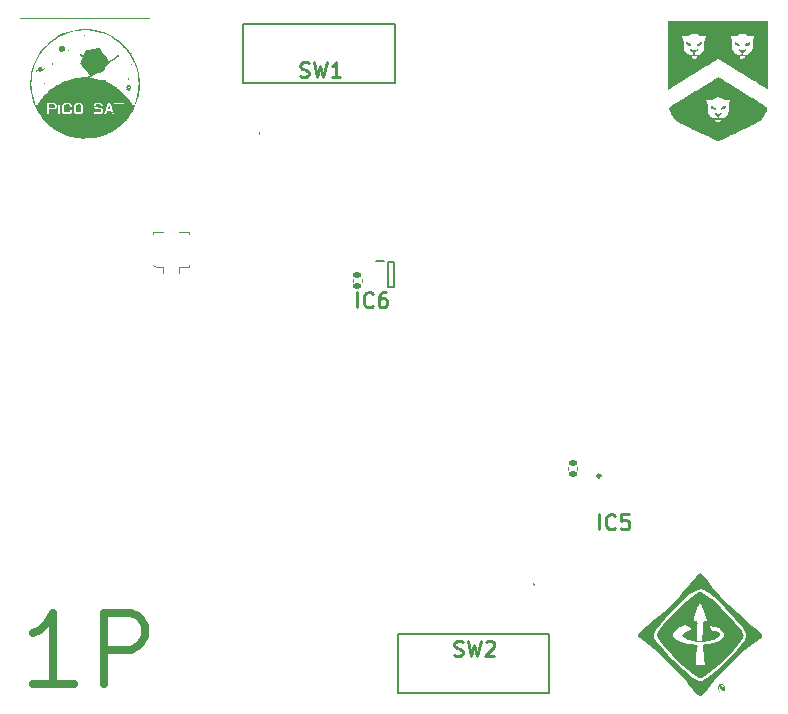
<source format=gto>
G04 #@! TF.GenerationSoftware,KiCad,Pcbnew,7.0.2*
G04 #@! TF.CreationDate,2023-06-06T15:13:29-04:00*
G04 #@! TF.ProjectId,baseplate,62617365-706c-4617-9465-2e6b69636164,rev?*
G04 #@! TF.SameCoordinates,Original*
G04 #@! TF.FileFunction,Legend,Top*
G04 #@! TF.FilePolarity,Positive*
%FSLAX46Y46*%
G04 Gerber Fmt 4.6, Leading zero omitted, Abs format (unit mm)*
G04 Created by KiCad (PCBNEW 7.0.2) date 2023-06-06 15:13:29*
%MOMM*%
%LPD*%
G01*
G04 APERTURE LIST*
G04 Aperture macros list*
%AMRoundRect*
0 Rectangle with rounded corners*
0 $1 Rounding radius*
0 $2 $3 $4 $5 $6 $7 $8 $9 X,Y pos of 4 corners*
0 Add a 4 corners polygon primitive as box body*
4,1,4,$2,$3,$4,$5,$6,$7,$8,$9,$2,$3,0*
0 Add four circle primitives for the rounded corners*
1,1,$1+$1,$2,$3*
1,1,$1+$1,$4,$5*
1,1,$1+$1,$6,$7*
1,1,$1+$1,$8,$9*
0 Add four rect primitives between the rounded corners*
20,1,$1+$1,$2,$3,$4,$5,0*
20,1,$1+$1,$4,$5,$6,$7,0*
20,1,$1+$1,$6,$7,$8,$9,0*
20,1,$1+$1,$8,$9,$2,$3,0*%
G04 Aperture macros list end*
%ADD10C,0.700000*%
%ADD11C,0.254000*%
%ADD12C,0.200000*%
%ADD13C,0.100000*%
%ADD14C,0.250000*%
%ADD15C,0.120000*%
%ADD16R,1.800000X1.800000*%
%ADD17C,1.800000*%
%ADD18R,17.780000X12.700000*%
%ADD19R,0.620000X0.300000*%
%ADD20R,0.600000X0.350000*%
%ADD21R,1.100000X1.700000*%
%ADD22R,1.000000X1.000000*%
%ADD23R,1.050000X2.200000*%
%ADD24RoundRect,0.140000X0.170000X-0.140000X0.170000X0.140000X-0.170000X0.140000X-0.170000X-0.140000X0*%
%ADD25C,1.400000*%
%ADD26O,1.400000X1.400000*%
G04 APERTURE END LIST*
D10*
X69761428Y-90445714D02*
X66332857Y-90445714D01*
X68047142Y-90445714D02*
X68047142Y-84445714D01*
X68047142Y-84445714D02*
X67475714Y-85302857D01*
X67475714Y-85302857D02*
X66904285Y-85874285D01*
X66904285Y-85874285D02*
X66332857Y-86160000D01*
X72332857Y-90445714D02*
X72332857Y-84445714D01*
X72332857Y-84445714D02*
X74618571Y-84445714D01*
X74618571Y-84445714D02*
X75190000Y-84731428D01*
X75190000Y-84731428D02*
X75475714Y-85017142D01*
X75475714Y-85017142D02*
X75761428Y-85588571D01*
X75761428Y-85588571D02*
X75761428Y-86445714D01*
X75761428Y-86445714D02*
X75475714Y-87017142D01*
X75475714Y-87017142D02*
X75190000Y-87302857D01*
X75190000Y-87302857D02*
X74618571Y-87588571D01*
X74618571Y-87588571D02*
X72332857Y-87588571D01*
D11*
X101986666Y-88047050D02*
X102168095Y-88107526D01*
X102168095Y-88107526D02*
X102470476Y-88107526D01*
X102470476Y-88107526D02*
X102591428Y-88047050D01*
X102591428Y-88047050D02*
X102651904Y-87986573D01*
X102651904Y-87986573D02*
X102712381Y-87865621D01*
X102712381Y-87865621D02*
X102712381Y-87744669D01*
X102712381Y-87744669D02*
X102651904Y-87623716D01*
X102651904Y-87623716D02*
X102591428Y-87563240D01*
X102591428Y-87563240D02*
X102470476Y-87502764D01*
X102470476Y-87502764D02*
X102228571Y-87442288D01*
X102228571Y-87442288D02*
X102107619Y-87381811D01*
X102107619Y-87381811D02*
X102047142Y-87321335D01*
X102047142Y-87321335D02*
X101986666Y-87200383D01*
X101986666Y-87200383D02*
X101986666Y-87079430D01*
X101986666Y-87079430D02*
X102047142Y-86958478D01*
X102047142Y-86958478D02*
X102107619Y-86898002D01*
X102107619Y-86898002D02*
X102228571Y-86837526D01*
X102228571Y-86837526D02*
X102530952Y-86837526D01*
X102530952Y-86837526D02*
X102712381Y-86898002D01*
X103135714Y-86837526D02*
X103438095Y-88107526D01*
X103438095Y-88107526D02*
X103680000Y-87200383D01*
X103680000Y-87200383D02*
X103921905Y-88107526D01*
X103921905Y-88107526D02*
X104224286Y-86837526D01*
X104647619Y-86958478D02*
X104708095Y-86898002D01*
X104708095Y-86898002D02*
X104829048Y-86837526D01*
X104829048Y-86837526D02*
X105131429Y-86837526D01*
X105131429Y-86837526D02*
X105252381Y-86898002D01*
X105252381Y-86898002D02*
X105312857Y-86958478D01*
X105312857Y-86958478D02*
X105373334Y-87079430D01*
X105373334Y-87079430D02*
X105373334Y-87200383D01*
X105373334Y-87200383D02*
X105312857Y-87381811D01*
X105312857Y-87381811D02*
X104587143Y-88107526D01*
X104587143Y-88107526D02*
X105373334Y-88107526D01*
X93760237Y-58587526D02*
X93760237Y-57317526D01*
X95090714Y-58466573D02*
X95030238Y-58527050D01*
X95030238Y-58527050D02*
X94848809Y-58587526D01*
X94848809Y-58587526D02*
X94727857Y-58587526D01*
X94727857Y-58587526D02*
X94546428Y-58527050D01*
X94546428Y-58527050D02*
X94425476Y-58406097D01*
X94425476Y-58406097D02*
X94364999Y-58285145D01*
X94364999Y-58285145D02*
X94304523Y-58043240D01*
X94304523Y-58043240D02*
X94304523Y-57861811D01*
X94304523Y-57861811D02*
X94364999Y-57619907D01*
X94364999Y-57619907D02*
X94425476Y-57498954D01*
X94425476Y-57498954D02*
X94546428Y-57378002D01*
X94546428Y-57378002D02*
X94727857Y-57317526D01*
X94727857Y-57317526D02*
X94848809Y-57317526D01*
X94848809Y-57317526D02*
X95030238Y-57378002D01*
X95030238Y-57378002D02*
X95090714Y-57438478D01*
X96179285Y-57317526D02*
X95937380Y-57317526D01*
X95937380Y-57317526D02*
X95816428Y-57378002D01*
X95816428Y-57378002D02*
X95755952Y-57438478D01*
X95755952Y-57438478D02*
X95634999Y-57619907D01*
X95634999Y-57619907D02*
X95574523Y-57861811D01*
X95574523Y-57861811D02*
X95574523Y-58345621D01*
X95574523Y-58345621D02*
X95634999Y-58466573D01*
X95634999Y-58466573D02*
X95695476Y-58527050D01*
X95695476Y-58527050D02*
X95816428Y-58587526D01*
X95816428Y-58587526D02*
X96058333Y-58587526D01*
X96058333Y-58587526D02*
X96179285Y-58527050D01*
X96179285Y-58527050D02*
X96239761Y-58466573D01*
X96239761Y-58466573D02*
X96300238Y-58345621D01*
X96300238Y-58345621D02*
X96300238Y-58043240D01*
X96300238Y-58043240D02*
X96239761Y-57922288D01*
X96239761Y-57922288D02*
X96179285Y-57861811D01*
X96179285Y-57861811D02*
X96058333Y-57801335D01*
X96058333Y-57801335D02*
X95816428Y-57801335D01*
X95816428Y-57801335D02*
X95695476Y-57861811D01*
X95695476Y-57861811D02*
X95634999Y-57922288D01*
X95634999Y-57922288D02*
X95574523Y-58043240D01*
X114260237Y-77377526D02*
X114260237Y-76107526D01*
X115590714Y-77256573D02*
X115530238Y-77317050D01*
X115530238Y-77317050D02*
X115348809Y-77377526D01*
X115348809Y-77377526D02*
X115227857Y-77377526D01*
X115227857Y-77377526D02*
X115046428Y-77317050D01*
X115046428Y-77317050D02*
X114925476Y-77196097D01*
X114925476Y-77196097D02*
X114864999Y-77075145D01*
X114864999Y-77075145D02*
X114804523Y-76833240D01*
X114804523Y-76833240D02*
X114804523Y-76651811D01*
X114804523Y-76651811D02*
X114864999Y-76409907D01*
X114864999Y-76409907D02*
X114925476Y-76288954D01*
X114925476Y-76288954D02*
X115046428Y-76168002D01*
X115046428Y-76168002D02*
X115227857Y-76107526D01*
X115227857Y-76107526D02*
X115348809Y-76107526D01*
X115348809Y-76107526D02*
X115530238Y-76168002D01*
X115530238Y-76168002D02*
X115590714Y-76228478D01*
X116739761Y-76107526D02*
X116134999Y-76107526D01*
X116134999Y-76107526D02*
X116074523Y-76712288D01*
X116074523Y-76712288D02*
X116134999Y-76651811D01*
X116134999Y-76651811D02*
X116255952Y-76591335D01*
X116255952Y-76591335D02*
X116558333Y-76591335D01*
X116558333Y-76591335D02*
X116679285Y-76651811D01*
X116679285Y-76651811D02*
X116739761Y-76712288D01*
X116739761Y-76712288D02*
X116800238Y-76833240D01*
X116800238Y-76833240D02*
X116800238Y-77135621D01*
X116800238Y-77135621D02*
X116739761Y-77256573D01*
X116739761Y-77256573D02*
X116679285Y-77317050D01*
X116679285Y-77317050D02*
X116558333Y-77377526D01*
X116558333Y-77377526D02*
X116255952Y-77377526D01*
X116255952Y-77377526D02*
X116134999Y-77317050D01*
X116134999Y-77317050D02*
X116074523Y-77256573D01*
X88946666Y-39037050D02*
X89128095Y-39097526D01*
X89128095Y-39097526D02*
X89430476Y-39097526D01*
X89430476Y-39097526D02*
X89551428Y-39037050D01*
X89551428Y-39037050D02*
X89611904Y-38976573D01*
X89611904Y-38976573D02*
X89672381Y-38855621D01*
X89672381Y-38855621D02*
X89672381Y-38734669D01*
X89672381Y-38734669D02*
X89611904Y-38613716D01*
X89611904Y-38613716D02*
X89551428Y-38553240D01*
X89551428Y-38553240D02*
X89430476Y-38492764D01*
X89430476Y-38492764D02*
X89188571Y-38432288D01*
X89188571Y-38432288D02*
X89067619Y-38371811D01*
X89067619Y-38371811D02*
X89007142Y-38311335D01*
X89007142Y-38311335D02*
X88946666Y-38190383D01*
X88946666Y-38190383D02*
X88946666Y-38069430D01*
X88946666Y-38069430D02*
X89007142Y-37948478D01*
X89007142Y-37948478D02*
X89067619Y-37888002D01*
X89067619Y-37888002D02*
X89188571Y-37827526D01*
X89188571Y-37827526D02*
X89490952Y-37827526D01*
X89490952Y-37827526D02*
X89672381Y-37888002D01*
X90095714Y-37827526D02*
X90398095Y-39097526D01*
X90398095Y-39097526D02*
X90640000Y-38190383D01*
X90640000Y-38190383D02*
X90881905Y-39097526D01*
X90881905Y-39097526D02*
X91184286Y-37827526D01*
X92333334Y-39097526D02*
X91607619Y-39097526D01*
X91970476Y-39097526D02*
X91970476Y-37827526D01*
X91970476Y-37827526D02*
X91849524Y-38008954D01*
X91849524Y-38008954D02*
X91728572Y-38129907D01*
X91728572Y-38129907D02*
X91607619Y-38190383D01*
D12*
X110020000Y-91280000D02*
X97220000Y-91280000D01*
X110020000Y-86280000D02*
X110020000Y-91280000D01*
D13*
X108700000Y-82080000D02*
X108700000Y-82080000D01*
X108700000Y-81980000D02*
X108700000Y-81980000D01*
D12*
X97220000Y-91280000D02*
X97220000Y-86280000D01*
X97220000Y-86280000D02*
X110020000Y-86280000D01*
D13*
X108700000Y-81980000D02*
G75*
G03*
X108700000Y-82080000I0J-50000D01*
G01*
X108700000Y-82080000D02*
G75*
G03*
X108700000Y-81980000I0J50000D01*
G01*
D12*
X95380000Y-54650000D02*
X96000000Y-54650000D01*
X96350000Y-54750000D02*
X96850000Y-54750000D01*
X96350000Y-56850000D02*
X96350000Y-54750000D01*
X96850000Y-54750000D02*
X96850000Y-56850000D01*
X96850000Y-56850000D02*
X96350000Y-56850000D01*
G36*
X67471369Y-40363442D02*
G01*
X67462592Y-40372219D01*
X67453815Y-40363442D01*
X67462592Y-40354665D01*
X67471369Y-40363442D01*
G37*
G36*
X67752226Y-36010159D02*
G01*
X67743449Y-36018936D01*
X67734672Y-36010159D01*
X67743449Y-36001382D01*
X67752226Y-36010159D01*
G37*
G36*
X68068190Y-43523082D02*
G01*
X68059413Y-43531859D01*
X68050636Y-43523082D01*
X68059413Y-43514306D01*
X68068190Y-43523082D01*
G37*
G36*
X68489475Y-43786386D02*
G01*
X68480698Y-43795163D01*
X68471921Y-43786386D01*
X68480698Y-43777609D01*
X68489475Y-43786386D01*
G37*
G36*
X68945868Y-36922944D02*
G01*
X68937091Y-36931721D01*
X68928314Y-36922944D01*
X68937091Y-36914167D01*
X68945868Y-36922944D01*
G37*
G36*
X69068742Y-42118798D02*
G01*
X69059966Y-42127574D01*
X69051189Y-42118798D01*
X69059966Y-42110021D01*
X69068742Y-42118798D01*
G37*
G36*
X69437367Y-42171458D02*
G01*
X69428590Y-42180235D01*
X69419814Y-42171458D01*
X69428590Y-42162682D01*
X69437367Y-42171458D01*
G37*
G36*
X69683117Y-44225225D02*
G01*
X69674340Y-44234002D01*
X69665564Y-44225225D01*
X69674340Y-44216448D01*
X69683117Y-44225225D01*
G37*
G36*
X70279938Y-37256462D02*
G01*
X70271161Y-37265239D01*
X70262385Y-37256462D01*
X70271161Y-37247685D01*
X70279938Y-37256462D01*
G37*
G36*
X70297492Y-37326676D02*
G01*
X70288715Y-37335453D01*
X70279938Y-37326676D01*
X70288715Y-37317899D01*
X70297492Y-37326676D01*
G37*
G36*
X70315045Y-37116033D02*
G01*
X70306268Y-37124810D01*
X70297492Y-37116033D01*
X70306268Y-37107257D01*
X70315045Y-37116033D01*
G37*
G36*
X72193276Y-36835176D02*
G01*
X72184499Y-36843953D01*
X72175722Y-36835176D01*
X72184499Y-36826400D01*
X72193276Y-36835176D01*
G37*
G36*
X72737436Y-39485764D02*
G01*
X72728660Y-39494541D01*
X72719883Y-39485764D01*
X72728660Y-39476987D01*
X72737436Y-39485764D01*
G37*
G36*
X72825204Y-35483552D02*
G01*
X72816427Y-35492329D01*
X72807651Y-35483552D01*
X72816427Y-35474776D01*
X72825204Y-35483552D01*
G37*
G36*
X72860311Y-41434209D02*
G01*
X72851534Y-41442986D01*
X72842758Y-41434209D01*
X72851534Y-41425432D01*
X72860311Y-41434209D01*
G37*
G36*
X73000740Y-39643746D02*
G01*
X72991963Y-39652523D01*
X72983186Y-39643746D01*
X72991963Y-39634969D01*
X73000740Y-39643746D01*
G37*
G36*
X73070954Y-39152246D02*
G01*
X73062177Y-39161023D01*
X73053400Y-39152246D01*
X73062177Y-39143469D01*
X73070954Y-39152246D01*
G37*
G36*
X73281597Y-43575743D02*
G01*
X73272820Y-43584520D01*
X73264043Y-43575743D01*
X73272820Y-43566966D01*
X73281597Y-43575743D01*
G37*
G36*
X73369364Y-36027713D02*
G01*
X73360588Y-36036489D01*
X73351811Y-36027713D01*
X73360588Y-36018936D01*
X73369364Y-36027713D01*
G37*
G36*
X73474686Y-38625639D02*
G01*
X73465909Y-38634416D01*
X73457132Y-38625639D01*
X73465909Y-38616863D01*
X73474686Y-38625639D01*
G37*
G36*
X73825757Y-38783621D02*
G01*
X73816980Y-38792398D01*
X73808203Y-38783621D01*
X73816980Y-38774845D01*
X73825757Y-38783621D01*
G37*
G36*
X73843311Y-38906496D02*
G01*
X73834534Y-38915273D01*
X73825757Y-38906496D01*
X73834534Y-38897720D01*
X73843311Y-38906496D01*
G37*
G36*
X73931078Y-36519212D02*
G01*
X73922302Y-36527989D01*
X73913525Y-36519212D01*
X73922302Y-36510436D01*
X73931078Y-36519212D01*
G37*
G36*
X73983739Y-36273462D02*
G01*
X73974962Y-36282239D01*
X73966185Y-36273462D01*
X73974962Y-36264686D01*
X73983739Y-36273462D01*
G37*
G36*
X74001293Y-36326123D02*
G01*
X73992516Y-36334900D01*
X73983739Y-36326123D01*
X73992516Y-36317346D01*
X74001293Y-36326123D01*
G37*
G36*
X74247042Y-36922944D02*
G01*
X74238266Y-36931721D01*
X74229489Y-36922944D01*
X74238266Y-36914167D01*
X74247042Y-36922944D01*
G37*
G36*
X74668328Y-37098480D02*
G01*
X74659551Y-37107257D01*
X74650774Y-37098480D01*
X74659551Y-37089703D01*
X74668328Y-37098480D01*
G37*
G36*
X74861417Y-37396890D02*
G01*
X74852640Y-37405667D01*
X74843863Y-37396890D01*
X74852640Y-37388113D01*
X74861417Y-37396890D01*
G37*
G36*
X66500072Y-38622714D02*
G01*
X66497662Y-38633149D01*
X66488369Y-38634416D01*
X66473921Y-38627994D01*
X66476667Y-38622714D01*
X66497499Y-38620613D01*
X66500072Y-38622714D01*
G37*
G36*
X67360196Y-38306750D02*
G01*
X67362297Y-38327582D01*
X67360196Y-38330154D01*
X67349761Y-38327745D01*
X67348494Y-38318452D01*
X67354916Y-38304004D01*
X67360196Y-38306750D01*
G37*
G36*
X70326748Y-35814144D02*
G01*
X70324338Y-35824580D01*
X70315045Y-35825847D01*
X70300597Y-35819424D01*
X70303343Y-35814144D01*
X70324175Y-35812044D01*
X70326748Y-35814144D01*
G37*
G36*
X72959781Y-39623267D02*
G01*
X72957372Y-39633702D01*
X72948079Y-39634969D01*
X72933630Y-39628546D01*
X72936377Y-39623267D01*
X72957209Y-39621166D01*
X72959781Y-39623267D01*
G37*
G36*
X72977335Y-36709376D02*
G01*
X72974925Y-36719811D01*
X72965633Y-36721078D01*
X72951184Y-36714656D01*
X72953930Y-36709376D01*
X72974762Y-36707275D01*
X72977335Y-36709376D01*
G37*
G36*
X67047371Y-36675518D02*
G01*
X67066068Y-36691836D01*
X67067637Y-36695784D01*
X67059306Y-36702999D01*
X67041962Y-36686832D01*
X67039630Y-36683259D01*
X67037561Y-36671247D01*
X67047371Y-36675518D01*
G37*
G36*
X70478047Y-37120029D02*
G01*
X70481804Y-37124810D01*
X70487982Y-37140598D01*
X70471375Y-37134652D01*
X70455474Y-37124810D01*
X70441979Y-37110719D01*
X70450049Y-37107525D01*
X70478047Y-37120029D01*
G37*
G36*
X72756802Y-39522727D02*
G01*
X72771223Y-39543463D01*
X72769913Y-39555375D01*
X72754880Y-39549408D01*
X72741133Y-39536654D01*
X72729944Y-39516846D01*
X72735708Y-39512094D01*
X72756802Y-39522727D01*
G37*
G36*
X68975226Y-38996520D02*
G01*
X68977610Y-39001724D01*
X68969137Y-39017730D01*
X68954644Y-39020594D01*
X68932798Y-39011688D01*
X68931678Y-39001724D01*
X68949800Y-38983589D01*
X68954644Y-38982854D01*
X68975226Y-38996520D01*
G37*
G36*
X68995179Y-37801010D02*
G01*
X68998528Y-37809399D01*
X68985930Y-37826450D01*
X68982011Y-37826952D01*
X68958237Y-37814193D01*
X68954644Y-37809399D01*
X68958624Y-37794371D01*
X68971162Y-37791845D01*
X68995179Y-37801010D01*
G37*
G36*
X72313188Y-36098079D02*
G01*
X72316151Y-36105668D01*
X72304536Y-36128589D01*
X72282023Y-36134079D01*
X72274715Y-36129631D01*
X72264037Y-36104150D01*
X72282825Y-36089660D01*
X72289821Y-36089150D01*
X72313188Y-36098079D01*
G37*
G36*
X68671995Y-36439494D02*
G01*
X68665011Y-36448998D01*
X68632829Y-36471129D01*
X68614589Y-36474770D01*
X68597707Y-36471138D01*
X68608777Y-36457297D01*
X68620093Y-36448440D01*
X68654499Y-36427452D01*
X68673969Y-36424497D01*
X68671995Y-36439494D01*
G37*
G36*
X74239807Y-40025806D02*
G01*
X74237046Y-40037346D01*
X74219852Y-40057205D01*
X74192584Y-40085152D01*
X74181718Y-40086454D01*
X74181262Y-40061505D01*
X74181393Y-40059728D01*
X74198242Y-40032261D01*
X74217269Y-40025572D01*
X74239807Y-40025806D01*
G37*
G36*
X74694939Y-38009043D02*
G01*
X74703435Y-38036213D01*
X74703435Y-38036374D01*
X74694059Y-38064397D01*
X74660521Y-38072689D01*
X74658264Y-38072702D01*
X74624908Y-38066285D01*
X74618626Y-38043808D01*
X74618948Y-38041984D01*
X74638981Y-38015451D01*
X74664119Y-38005656D01*
X74694939Y-38009043D01*
G37*
G36*
X74397982Y-39204607D02*
G01*
X74408446Y-39222460D01*
X74431639Y-39255464D01*
X74445867Y-39269140D01*
X74449831Y-39288893D01*
X74435455Y-39308635D01*
X74412054Y-39330024D01*
X74395457Y-39329858D01*
X74371348Y-39306368D01*
X74365529Y-39299989D01*
X74346337Y-39275354D01*
X74352304Y-39266862D01*
X74361141Y-39266344D01*
X74382585Y-39251313D01*
X74388005Y-39226849D01*
X74389714Y-39199230D01*
X74397982Y-39204607D01*
G37*
G36*
X69314432Y-36761414D02*
G01*
X69314492Y-36762907D01*
X69328655Y-36787364D01*
X69353988Y-36804976D01*
X69393483Y-36824024D01*
X69355209Y-36825212D01*
X69320355Y-36840581D01*
X69309327Y-36865895D01*
X69303126Y-36888234D01*
X69299486Y-36876033D01*
X69299329Y-36874106D01*
X69282701Y-36841522D01*
X69266220Y-36830222D01*
X69247520Y-36819054D01*
X69251967Y-36803201D01*
X69274997Y-36778755D01*
X69303180Y-36756738D01*
X69314432Y-36761414D01*
G37*
G36*
X67984993Y-41409077D02*
G01*
X68058829Y-41414568D01*
X68107741Y-41427197D01*
X68136805Y-41449809D01*
X68151098Y-41485246D01*
X68155696Y-41536356D01*
X68155957Y-41561859D01*
X68153156Y-41615768D01*
X68141465Y-41654401D01*
X68115955Y-41680258D01*
X68071694Y-41695841D01*
X68003752Y-41703649D01*
X67907200Y-41706183D01*
X67871195Y-41706289D01*
X67664458Y-41706289D01*
X67664458Y-41557084D01*
X67664458Y-41407879D01*
X67881157Y-41407879D01*
X67984993Y-41409077D01*
G37*
G36*
X67274486Y-39585050D02*
G01*
X67278826Y-39595474D01*
X67302742Y-39626311D01*
X67325986Y-39635503D01*
X67347510Y-39637499D01*
X67338549Y-39646751D01*
X67325432Y-39654556D01*
X67292959Y-39685766D01*
X67278272Y-39711071D01*
X67266709Y-39734114D01*
X67262159Y-39724786D01*
X67261839Y-39718966D01*
X67246807Y-39688175D01*
X67221881Y-39668076D01*
X67183036Y-39647286D01*
X67221881Y-39632917D01*
X67252727Y-39609774D01*
X67261839Y-39587262D01*
X67265061Y-39570319D01*
X67274486Y-39585050D01*
G37*
G36*
X70716797Y-35471440D02*
G01*
X70718777Y-35483552D01*
X70733179Y-35506096D01*
X70749496Y-35510441D01*
X70770272Y-35513336D01*
X70760642Y-35525869D01*
X70752343Y-35532383D01*
X70725346Y-35560431D01*
X70717236Y-35574935D01*
X70701934Y-35579706D01*
X70671290Y-35555699D01*
X70668662Y-35552993D01*
X70643869Y-35523745D01*
X70644276Y-35511450D01*
X70655497Y-35509883D01*
X70679931Y-35496619D01*
X70683670Y-35483552D01*
X70693148Y-35460193D01*
X70701223Y-35457222D01*
X70716797Y-35471440D01*
G37*
G36*
X74856252Y-40701348D02*
G01*
X74871685Y-40732213D01*
X74888968Y-40740843D01*
X74911533Y-40750720D01*
X74914078Y-40758397D01*
X74900644Y-40775352D01*
X74895958Y-40775950D01*
X74876233Y-40790316D01*
X74861964Y-40815446D01*
X74850158Y-40839645D01*
X74845451Y-40831731D01*
X74844976Y-40823672D01*
X74831011Y-40791739D01*
X74817533Y-40782298D01*
X74794305Y-40765068D01*
X74791203Y-40756519D01*
X74805448Y-40742603D01*
X74817533Y-40740843D01*
X74839341Y-40725811D01*
X74846254Y-40701348D01*
X74848644Y-40661852D01*
X74856252Y-40701348D01*
G37*
G36*
X72764401Y-41458447D02*
G01*
X72780877Y-41499256D01*
X72801670Y-41557054D01*
X72824036Y-41623480D01*
X72845228Y-41690174D01*
X72862501Y-41748776D01*
X72873108Y-41790925D01*
X72874778Y-41807706D01*
X72855742Y-41813373D01*
X72811281Y-41816069D01*
X72750994Y-41815214D01*
X72750602Y-41815197D01*
X72691252Y-41811045D01*
X72648745Y-41805110D01*
X72632121Y-41798664D01*
X72632115Y-41798544D01*
X72637415Y-41774158D01*
X72651389Y-41727383D01*
X72671147Y-41666578D01*
X72693801Y-41600105D01*
X72716461Y-41536324D01*
X72736237Y-41483597D01*
X72750240Y-41450283D01*
X72754990Y-41442986D01*
X72764401Y-41458447D01*
G37*
G36*
X67955248Y-37857590D02*
G01*
X67971247Y-37906342D01*
X67993764Y-37934289D01*
X68010742Y-37943133D01*
X68062677Y-37960385D01*
X68081439Y-37970936D01*
X68067064Y-37979465D01*
X68019591Y-37990650D01*
X68011141Y-37992510D01*
X67975801Y-38007253D01*
X67963554Y-38038042D01*
X67962868Y-38055483D01*
X67957938Y-38096646D01*
X67945413Y-38104828D01*
X67928695Y-38080388D01*
X67918226Y-38050760D01*
X67898099Y-38008033D01*
X67865039Y-37990038D01*
X67853159Y-37988157D01*
X67818097Y-37979337D01*
X67804886Y-37967381D01*
X67820064Y-37954579D01*
X67853159Y-37946605D01*
X67890501Y-37933790D01*
X67914336Y-37899595D01*
X67921755Y-37879613D01*
X67934402Y-37844918D01*
X67944089Y-37836779D01*
X67955248Y-37857590D01*
G37*
G36*
X70245096Y-41409188D02*
G01*
X70289737Y-41414102D01*
X70319995Y-41425936D01*
X70346217Y-41447494D01*
X70355645Y-41457111D01*
X70374528Y-41478009D01*
X70387550Y-41498844D01*
X70395800Y-41526269D01*
X70400367Y-41566937D01*
X70402339Y-41627500D01*
X70402804Y-41714612D01*
X70402813Y-41745395D01*
X70402813Y-41984445D01*
X70348802Y-42038456D01*
X70317759Y-42066765D01*
X70288120Y-42082965D01*
X70248682Y-42090401D01*
X70188242Y-42092418D01*
X70167933Y-42092467D01*
X70100737Y-42091414D01*
X70057401Y-42085883D01*
X70026689Y-42072322D01*
X69997368Y-42047174D01*
X69984971Y-42034583D01*
X69928867Y-41976698D01*
X69928867Y-41744701D01*
X69928867Y-41512705D01*
X69985916Y-41460806D01*
X70018453Y-41433949D01*
X70049810Y-41418323D01*
X70091052Y-41410873D01*
X70153243Y-41408543D01*
X70175721Y-41408393D01*
X70245096Y-41409188D01*
G37*
G36*
X74334462Y-40088312D02*
G01*
X74412656Y-40106134D01*
X74426413Y-40110542D01*
X74486735Y-40128739D01*
X74538089Y-40140898D01*
X74562453Y-40144022D01*
X74591297Y-40149832D01*
X74598114Y-40158065D01*
X74583396Y-40186714D01*
X74549714Y-40208920D01*
X74524389Y-40214237D01*
X74497725Y-40224309D01*
X74492523Y-40236178D01*
X74486455Y-40245316D01*
X74475239Y-40231790D01*
X74461045Y-40217508D01*
X74457954Y-40227402D01*
X74441507Y-40242854D01*
X74395797Y-40247978D01*
X74391859Y-40247918D01*
X74326033Y-40246492D01*
X74378694Y-40220792D01*
X74408311Y-40205729D01*
X74412988Y-40199362D01*
X74389217Y-40200017D01*
X74345042Y-40204731D01*
X74283779Y-40207556D01*
X74244351Y-40197776D01*
X74226556Y-40185252D01*
X74196199Y-40146364D01*
X74196070Y-40115634D01*
X74221910Y-40094654D01*
X74269461Y-40085016D01*
X74334462Y-40088312D01*
G37*
G36*
X71147246Y-34123193D02*
G01*
X71575364Y-34123315D01*
X71993025Y-34123515D01*
X72398902Y-34123790D01*
X72791669Y-34124135D01*
X73169998Y-34124549D01*
X73532562Y-34125028D01*
X73878033Y-34125568D01*
X74205084Y-34126167D01*
X74512388Y-34126822D01*
X74798618Y-34127528D01*
X75062445Y-34128284D01*
X75302544Y-34129086D01*
X75517587Y-34129930D01*
X75706245Y-34130814D01*
X75867193Y-34131734D01*
X75999103Y-34132688D01*
X76100647Y-34133671D01*
X76170499Y-34134681D01*
X76207331Y-34135715D01*
X76213041Y-34136317D01*
X76195709Y-34137363D01*
X76144596Y-34138387D01*
X76061032Y-34139386D01*
X75946342Y-34140357D01*
X75801854Y-34141297D01*
X75628895Y-34142202D01*
X75428793Y-34143069D01*
X75202875Y-34143896D01*
X74952468Y-34144678D01*
X74678900Y-34145413D01*
X74383497Y-34146098D01*
X74067588Y-34146729D01*
X73732498Y-34147304D01*
X73379557Y-34147818D01*
X73010090Y-34148269D01*
X72625425Y-34148654D01*
X72226890Y-34148970D01*
X71815812Y-34149213D01*
X71393518Y-34149380D01*
X70961335Y-34149468D01*
X70710000Y-34149482D01*
X70272754Y-34149440D01*
X69844637Y-34149318D01*
X69426976Y-34149118D01*
X69021098Y-34148844D01*
X68628331Y-34148498D01*
X68250002Y-34148084D01*
X67887438Y-34147606D01*
X67541967Y-34147065D01*
X67214916Y-34146466D01*
X66907612Y-34145812D01*
X66621383Y-34145105D01*
X66357555Y-34144349D01*
X66117456Y-34143548D01*
X65902414Y-34142703D01*
X65713755Y-34141819D01*
X65552807Y-34140899D01*
X65420897Y-34139946D01*
X65319353Y-34138962D01*
X65249501Y-34137952D01*
X65212670Y-34136918D01*
X65206960Y-34136317D01*
X65224292Y-34135271D01*
X65275404Y-34134246D01*
X65358969Y-34133247D01*
X65473659Y-34132276D01*
X65618147Y-34131337D01*
X65791105Y-34130432D01*
X65991207Y-34129564D01*
X66217125Y-34128738D01*
X66467532Y-34127955D01*
X66741101Y-34127220D01*
X67036503Y-34126535D01*
X67352413Y-34125904D01*
X67687502Y-34125330D01*
X68040444Y-34124815D01*
X68409911Y-34124364D01*
X68794575Y-34123979D01*
X69193110Y-34123663D01*
X69604189Y-34123420D01*
X70026483Y-34123253D01*
X70458666Y-34123165D01*
X70710000Y-34123152D01*
X71147246Y-34123193D01*
G37*
G36*
X74484846Y-39801213D02*
G01*
X74547845Y-39829747D01*
X74593111Y-39870883D01*
X74613345Y-39920871D01*
X74613147Y-39939885D01*
X74617998Y-39984632D01*
X74630340Y-40016759D01*
X74642790Y-40060952D01*
X74633221Y-40091362D01*
X74599470Y-40118469D01*
X74540296Y-40123120D01*
X74457276Y-40105297D01*
X74422578Y-40093638D01*
X74372761Y-40073171D01*
X74337228Y-40054160D01*
X74329085Y-40047478D01*
X74312115Y-40041971D01*
X74305681Y-40051866D01*
X74287240Y-40072675D01*
X74270602Y-40065770D01*
X74268215Y-40043089D01*
X74261058Y-40018171D01*
X74225101Y-40006816D01*
X74225100Y-40006816D01*
X74188745Y-39995417D01*
X74186204Y-39989208D01*
X74547068Y-39989208D01*
X74559644Y-40001395D01*
X74563006Y-40003594D01*
X74589420Y-40018921D01*
X74597562Y-40014363D01*
X74598114Y-40003594D01*
X74583640Y-39988840D01*
X74567395Y-39986309D01*
X74547068Y-39989208D01*
X74186204Y-39989208D01*
X74180875Y-39976189D01*
X74356364Y-39976189D01*
X74366460Y-39981603D01*
X74402863Y-39985181D01*
X74440132Y-39986040D01*
X74489735Y-39984245D01*
X74519112Y-39979618D01*
X74522893Y-39975183D01*
X74499315Y-39968507D01*
X74455820Y-39965679D01*
X74407375Y-39966609D01*
X74368951Y-39971205D01*
X74356364Y-39976189D01*
X74180875Y-39976189D01*
X74177053Y-39966850D01*
X74176828Y-39959162D01*
X74191291Y-39916883D01*
X74192472Y-39915826D01*
X74229489Y-39915826D01*
X74235911Y-39930275D01*
X74241191Y-39927528D01*
X74243292Y-39906696D01*
X74241191Y-39904124D01*
X74230756Y-39906533D01*
X74229489Y-39915826D01*
X74192472Y-39915826D01*
X74212298Y-39898078D01*
X74250244Y-39887755D01*
X74274307Y-39898668D01*
X74275336Y-39925816D01*
X74275587Y-39953122D01*
X74304628Y-39960677D01*
X74326049Y-39956784D01*
X74568858Y-39956784D01*
X74571267Y-39967220D01*
X74580560Y-39968487D01*
X74595009Y-39962064D01*
X74592262Y-39956784D01*
X74571430Y-39954683D01*
X74568858Y-39956784D01*
X74326049Y-39956784D01*
X74344960Y-39953347D01*
X74378236Y-39943292D01*
X74379787Y-39936554D01*
X74356621Y-39929407D01*
X74324926Y-39928395D01*
X74317149Y-39939411D01*
X74310407Y-39940112D01*
X74293998Y-39915377D01*
X74290818Y-39909431D01*
X74269032Y-39858213D01*
X74272156Y-39826524D01*
X74303326Y-39806355D01*
X74334848Y-39796943D01*
X74411414Y-39789028D01*
X74484846Y-39801213D01*
G37*
G36*
X66961213Y-38239219D02*
G01*
X66996678Y-38252760D01*
X67003962Y-38269379D01*
X67003640Y-38269932D01*
X67002997Y-38280398D01*
X67012399Y-38276161D01*
X67039721Y-38276592D01*
X67058168Y-38288922D01*
X67089525Y-38304498D01*
X67137007Y-38313400D01*
X67186614Y-38314765D01*
X67224345Y-38307734D01*
X67235079Y-38299793D01*
X67259372Y-38286030D01*
X67274927Y-38284579D01*
X67292058Y-38287796D01*
X67277520Y-38297363D01*
X67269503Y-38300899D01*
X67246281Y-38312308D01*
X67255535Y-38316358D01*
X67275178Y-38317218D01*
X67306645Y-38326581D01*
X67309282Y-38349451D01*
X67284914Y-38382217D01*
X67235364Y-38421269D01*
X67216609Y-38433214D01*
X67168332Y-38466314D01*
X67134508Y-38496376D01*
X67124187Y-38512245D01*
X67111143Y-38552347D01*
X67090928Y-38590921D01*
X67071090Y-38614574D01*
X67065221Y-38616863D01*
X67058585Y-38603676D01*
X67062458Y-38587485D01*
X67064634Y-38566583D01*
X67045600Y-38568902D01*
X67010226Y-38579283D01*
X66959589Y-38590858D01*
X66950397Y-38592686D01*
X66909499Y-38601514D01*
X66899998Y-38608032D01*
X66918677Y-38615792D01*
X66927208Y-38618296D01*
X66970689Y-38628514D01*
X66998992Y-38631192D01*
X67005367Y-38626488D01*
X66988646Y-38616863D01*
X66964956Y-38605324D01*
X66974226Y-38601357D01*
X66993034Y-38600543D01*
X67025419Y-38607491D01*
X67031042Y-38625455D01*
X67012204Y-38645750D01*
X66977675Y-38658552D01*
X66901411Y-38668650D01*
X66847140Y-38662221D01*
X66812077Y-38643751D01*
X66788902Y-38624476D01*
X66795296Y-38618216D01*
X66816463Y-38617421D01*
X66851846Y-38624139D01*
X66865771Y-38634416D01*
X66890797Y-38649545D01*
X66906302Y-38651436D01*
X66926203Y-38649141D01*
X66915576Y-38639143D01*
X66905266Y-38633010D01*
X66879948Y-38611001D01*
X66874548Y-38598437D01*
X66889059Y-38584156D01*
X66905266Y-38581487D01*
X66946922Y-38571548D01*
X66962315Y-38563400D01*
X66972234Y-38552920D01*
X66951880Y-38554021D01*
X66935985Y-38557312D01*
X66892220Y-38570288D01*
X66864600Y-38583655D01*
X66838592Y-38592455D01*
X66788409Y-38601480D01*
X66724930Y-38608772D01*
X66663216Y-38614763D01*
X66616484Y-38620477D01*
X66594606Y-38624702D01*
X66594449Y-38624786D01*
X66572578Y-38623520D01*
X66544650Y-38615083D01*
X66516821Y-38598472D01*
X66518342Y-38574321D01*
X66522037Y-38566891D01*
X66530749Y-38557682D01*
X66628798Y-38557682D01*
X66642544Y-38577655D01*
X66668293Y-38578588D01*
X66699172Y-38565660D01*
X66707789Y-38550397D01*
X66711259Y-38542939D01*
X67001053Y-38542939D01*
X67025575Y-38546495D01*
X67037345Y-38546648D01*
X67075839Y-38540319D01*
X67094402Y-38528391D01*
X67089944Y-38517770D01*
X67055942Y-38522084D01*
X67011205Y-38534764D01*
X67001053Y-38542939D01*
X66711259Y-38542939D01*
X66713198Y-38538770D01*
X66742701Y-38538770D01*
X66745424Y-38542694D01*
X66767917Y-38541415D01*
X66815192Y-38534668D01*
X66888288Y-38522843D01*
X66924018Y-38513624D01*
X66938554Y-38506047D01*
X66932411Y-38500167D01*
X66902350Y-38500209D01*
X66858798Y-38504818D01*
X66812182Y-38512642D01*
X66772928Y-38522327D01*
X66754733Y-38529908D01*
X66742701Y-38538770D01*
X66713198Y-38538770D01*
X66720913Y-38522185D01*
X66734119Y-38510368D01*
X66743624Y-38500216D01*
X66722354Y-38501624D01*
X66707789Y-38504658D01*
X66658947Y-38517398D01*
X66635704Y-38530859D01*
X66628968Y-38551143D01*
X66628798Y-38557682D01*
X66530749Y-38557682D01*
X66550335Y-38536980D01*
X66593020Y-38511819D01*
X66629497Y-38492421D01*
X66646235Y-38475060D01*
X66646351Y-38473970D01*
X66660725Y-38465940D01*
X66690235Y-38469226D01*
X66722579Y-38469732D01*
X66735452Y-38457337D01*
X66722514Y-38441260D01*
X66712384Y-38437007D01*
X66702245Y-38427108D01*
X67020248Y-38427108D01*
X67021955Y-38457350D01*
X67026342Y-38458856D01*
X67027613Y-38454481D01*
X67043284Y-38432774D01*
X67079894Y-38432487D01*
X67082091Y-38432904D01*
X67129074Y-38442057D01*
X67085190Y-38420236D01*
X67049118Y-38399142D01*
X67030843Y-38383710D01*
X67023887Y-38388608D01*
X67020353Y-38419712D01*
X67020248Y-38427108D01*
X66702245Y-38427108D01*
X66699855Y-38424774D01*
X66702062Y-38414997D01*
X66716566Y-38414997D01*
X66725342Y-38423773D01*
X66734119Y-38414997D01*
X66725342Y-38406220D01*
X66716566Y-38414997D01*
X66702062Y-38414997D01*
X66706300Y-38396228D01*
X66712986Y-38380737D01*
X66730412Y-38350137D01*
X66753280Y-38338224D01*
X66794446Y-38339788D01*
X66809324Y-38341704D01*
X66848007Y-38345534D01*
X66861714Y-38343852D01*
X66857308Y-38341030D01*
X66832992Y-38325882D01*
X66918432Y-38325882D01*
X66971092Y-38337644D01*
X67008287Y-38346452D01*
X67025166Y-38351430D01*
X67025216Y-38351482D01*
X67025617Y-38347675D01*
X67061818Y-38347675D01*
X67067737Y-38362332D01*
X67092609Y-38385562D01*
X67124990Y-38408378D01*
X67153435Y-38421790D01*
X67157072Y-38422490D01*
X67174977Y-38411741D01*
X67200956Y-38386099D01*
X67234396Y-38348424D01*
X67159789Y-38358099D01*
X67115740Y-38360875D01*
X67094949Y-38355959D01*
X67094999Y-38351889D01*
X67093994Y-38337868D01*
X67075679Y-38338500D01*
X67061818Y-38347675D01*
X67025617Y-38347675D01*
X67026511Y-38339187D01*
X67026678Y-38327229D01*
X67023991Y-38307444D01*
X67009378Y-38302616D01*
X66973013Y-38310670D01*
X66962315Y-38313630D01*
X66918432Y-38325882D01*
X66832992Y-38325882D01*
X66818639Y-38316941D01*
X66795787Y-38287528D01*
X66795473Y-38265926D01*
X66817934Y-38251696D01*
X66849074Y-38249129D01*
X66871709Y-38258254D01*
X66874548Y-38265791D01*
X66889021Y-38280545D01*
X66905266Y-38283076D01*
X66925404Y-38280070D01*
X66912310Y-38267846D01*
X66910163Y-38266477D01*
X66892439Y-38247627D01*
X66904005Y-38236307D01*
X66939341Y-38235465D01*
X66961213Y-38239219D01*
G37*
G36*
X68805439Y-36418210D02*
G01*
X68865002Y-36432100D01*
X68916885Y-36460655D01*
X68949905Y-36496786D01*
X68955594Y-36513378D01*
X68964264Y-36553129D01*
X68971509Y-36578479D01*
X68974058Y-36608107D01*
X68955827Y-36615757D01*
X68931718Y-36606635D01*
X68928314Y-36598203D01*
X68913658Y-36583800D01*
X68894243Y-36580650D01*
X68860639Y-36588710D01*
X68849323Y-36598203D01*
X68854554Y-36612150D01*
X68873581Y-36615757D01*
X68908381Y-36624709D01*
X68921001Y-36635678D01*
X68917947Y-36646972D01*
X68886673Y-36649172D01*
X68847434Y-36645711D01*
X68761555Y-36635822D01*
X68836643Y-36654716D01*
X68900395Y-36664797D01*
X68948690Y-36656503D01*
X68956473Y-36653225D01*
X68986707Y-36633969D01*
X68994262Y-36606208D01*
X68989914Y-36576026D01*
X68978613Y-36519212D01*
X69004991Y-36567306D01*
X69024347Y-36608445D01*
X69034021Y-36649911D01*
X69036426Y-36705538D01*
X69035657Y-36743020D01*
X69029284Y-36787127D01*
X69016719Y-36808023D01*
X69002788Y-36801570D01*
X68994717Y-36778127D01*
X68988448Y-36760971D01*
X68980696Y-36775876D01*
X68977513Y-36786928D01*
X68974787Y-36813359D01*
X68982612Y-36816611D01*
X68997602Y-36819014D01*
X68998528Y-36824328D01*
X68985704Y-36849097D01*
X68980688Y-36852907D01*
X68970562Y-36873944D01*
X68972948Y-36880273D01*
X68965319Y-36891638D01*
X68932964Y-36896605D01*
X68931300Y-36896614D01*
X68892713Y-36890385D01*
X68881878Y-36869573D01*
X68881992Y-36867784D01*
X68870685Y-36838793D01*
X68858100Y-36831341D01*
X68840710Y-36827945D01*
X68851969Y-36839197D01*
X68858100Y-36843953D01*
X68874312Y-36862351D01*
X68861766Y-36873323D01*
X68853267Y-36887264D01*
X68874112Y-36913315D01*
X68879320Y-36918022D01*
X68919537Y-36953578D01*
X68877844Y-36940769D01*
X68848722Y-36935935D01*
X68848036Y-36947193D01*
X68847423Y-36959209D01*
X68832681Y-36955972D01*
X68809586Y-36956268D01*
X68805439Y-36964950D01*
X68790755Y-36980731D01*
X68770332Y-36984382D01*
X68741821Y-36976254D01*
X68735225Y-36964950D01*
X68722433Y-36953275D01*
X68708597Y-36955736D01*
X68672847Y-36954303D01*
X68624365Y-36935179D01*
X68604433Y-36922944D01*
X68665011Y-36922944D01*
X68674489Y-36946304D01*
X68682564Y-36949275D01*
X68698137Y-36935057D01*
X68700118Y-36922944D01*
X68690639Y-36899584D01*
X68682564Y-36896614D01*
X68666991Y-36910831D01*
X68665011Y-36922944D01*
X68604433Y-36922944D01*
X68575535Y-36905206D01*
X68538739Y-36871228D01*
X68529566Y-36856805D01*
X68507052Y-36803756D01*
X68547069Y-36803756D01*
X68551355Y-36834570D01*
X68579739Y-36862315D01*
X68621710Y-36878031D01*
X68635408Y-36879060D01*
X68658389Y-36874785D01*
X68650632Y-36856642D01*
X68647457Y-36852730D01*
X68612799Y-36830198D01*
X68592647Y-36826400D01*
X68565311Y-36818622D01*
X68559689Y-36808846D01*
X68569012Y-36799802D01*
X68654583Y-36799802D01*
X68656234Y-36808846D01*
X68678675Y-36825730D01*
X68683600Y-36826400D01*
X68699645Y-36813011D01*
X68700118Y-36808846D01*
X68685830Y-36793441D01*
X68672751Y-36791292D01*
X68654583Y-36799802D01*
X68569012Y-36799802D01*
X68574391Y-36794584D01*
X68594796Y-36791292D01*
X68623621Y-36780033D01*
X68629904Y-36764345D01*
X68624250Y-36747409D01*
X68682564Y-36747409D01*
X68691341Y-36756185D01*
X68700118Y-36747409D01*
X68691341Y-36738632D01*
X68682564Y-36747409D01*
X68624250Y-36747409D01*
X68624086Y-36746918D01*
X68600810Y-36753088D01*
X68593805Y-36756716D01*
X68560365Y-36783632D01*
X68547069Y-36803756D01*
X68507052Y-36803756D01*
X68493084Y-36770842D01*
X68475260Y-36704757D01*
X68475269Y-36703525D01*
X68577243Y-36703525D01*
X68590601Y-36720568D01*
X68594796Y-36721078D01*
X68611840Y-36707720D01*
X68612350Y-36703525D01*
X68598992Y-36686481D01*
X68594796Y-36685971D01*
X68577753Y-36699329D01*
X68577243Y-36703525D01*
X68475269Y-36703525D01*
X68475386Y-36688120D01*
X68489475Y-36688120D01*
X68496372Y-36698839D01*
X68513032Y-36688273D01*
X68532668Y-36677194D01*
X68998528Y-36677194D01*
X69007305Y-36685971D01*
X69016082Y-36677194D01*
X69007305Y-36668418D01*
X68998528Y-36677194D01*
X68532668Y-36677194D01*
X68536533Y-36675013D01*
X68543751Y-36675832D01*
X68549867Y-36666039D01*
X68554539Y-36632515D01*
X68554549Y-36632368D01*
X68553464Y-36615757D01*
X68700118Y-36615757D01*
X68703073Y-36630333D01*
X68717926Y-36629549D01*
X68753657Y-36612554D01*
X68758062Y-36610274D01*
X68787789Y-36592714D01*
X68788387Y-36580095D01*
X68769083Y-36566390D01*
X68731182Y-36547922D01*
X68709880Y-36547153D01*
X68711481Y-36563411D01*
X68717671Y-36571873D01*
X68729421Y-36593684D01*
X68719821Y-36598203D01*
X68701082Y-36610344D01*
X68700118Y-36615757D01*
X68553464Y-36615757D01*
X68551948Y-36592544D01*
X68541384Y-36571409D01*
X68529821Y-36578949D01*
X68524610Y-36611614D01*
X68524582Y-36614721D01*
X68519588Y-36652141D01*
X68507523Y-36668396D01*
X68507029Y-36668418D01*
X68490334Y-36682045D01*
X68489475Y-36688120D01*
X68475386Y-36688120D01*
X68475684Y-36648949D01*
X68493946Y-36593817D01*
X68516545Y-36551473D01*
X68537405Y-36518031D01*
X68666871Y-36518031D01*
X68677087Y-36526349D01*
X68701154Y-36527989D01*
X68725628Y-36521508D01*
X68726922Y-36511202D01*
X68704087Y-36501639D01*
X68690779Y-36504303D01*
X68666871Y-36518031D01*
X68537405Y-36518031D01*
X68543718Y-36507910D01*
X68564064Y-36480354D01*
X68570242Y-36475328D01*
X68571724Y-36486649D01*
X68568466Y-36492882D01*
X68573783Y-36506751D01*
X68593336Y-36510436D01*
X68628001Y-36502427D01*
X68672081Y-36482862D01*
X68711173Y-36459783D01*
X68762583Y-36459783D01*
X68763250Y-36478071D01*
X68781860Y-36485459D01*
X68783477Y-36484262D01*
X68884662Y-36484262D01*
X68888009Y-36509986D01*
X68888489Y-36511843D01*
X68898899Y-36535372D01*
X68907035Y-36530389D01*
X68903159Y-36498592D01*
X68896164Y-36488817D01*
X68884662Y-36484262D01*
X68783477Y-36484262D01*
X68793085Y-36477150D01*
X68803912Y-36454698D01*
X68801048Y-36447533D01*
X68779808Y-36443970D01*
X68762583Y-36459783D01*
X68711173Y-36459783D01*
X68713466Y-36458429D01*
X68740047Y-36435818D01*
X68744002Y-36427212D01*
X68759361Y-36419504D01*
X68797153Y-36417749D01*
X68805439Y-36418210D01*
G37*
G36*
X71163537Y-35048272D02*
G01*
X71547349Y-35102329D01*
X71927231Y-35188611D01*
X72301248Y-35307096D01*
X72667462Y-35457764D01*
X73023936Y-35640595D01*
X73334257Y-35832238D01*
X73540876Y-35982336D01*
X73752440Y-36157380D01*
X73960851Y-36349722D01*
X74158011Y-36551716D01*
X74335821Y-36755714D01*
X74405699Y-36843953D01*
X74441007Y-36888161D01*
X74468618Y-36919333D01*
X74479497Y-36928795D01*
X74492784Y-36947810D01*
X74492792Y-36948305D01*
X74501882Y-36968065D01*
X74526255Y-37009679D01*
X74561565Y-37065894D01*
X74582507Y-37098035D01*
X74629044Y-37170321D01*
X74678410Y-37249848D01*
X74727065Y-37330561D01*
X74771470Y-37406403D01*
X74808083Y-37471320D01*
X74833365Y-37519255D01*
X74843776Y-37544152D01*
X74843863Y-37545113D01*
X74853531Y-37567703D01*
X74875709Y-37600777D01*
X74897113Y-37637826D01*
X74927246Y-37702204D01*
X74963792Y-37787913D01*
X75004438Y-37888957D01*
X75046869Y-37999338D01*
X75088770Y-38113061D01*
X75127827Y-38224129D01*
X75161726Y-38326544D01*
X75183846Y-38399154D01*
X75209794Y-38496739D01*
X75238036Y-38615563D01*
X75265546Y-38742166D01*
X75289300Y-38863083D01*
X75294264Y-38890654D01*
X75308828Y-38975269D01*
X75320196Y-39048229D01*
X75328759Y-39115760D01*
X75334908Y-39184087D01*
X75339034Y-39259438D01*
X75341528Y-39348038D01*
X75342779Y-39456114D01*
X75343180Y-39589893D01*
X75343182Y-39670076D01*
X75342011Y-39860794D01*
X75338108Y-40023917D01*
X75330593Y-40166906D01*
X75318587Y-40297224D01*
X75301211Y-40422333D01*
X75277585Y-40549697D01*
X75246831Y-40686776D01*
X75208069Y-40841035D01*
X75202848Y-40861013D01*
X75135997Y-41087199D01*
X75053200Y-41320182D01*
X74957784Y-41552718D01*
X74853074Y-41777561D01*
X74742394Y-41987465D01*
X74629071Y-42175187D01*
X74542848Y-42299062D01*
X74509256Y-42349044D01*
X74488837Y-42389707D01*
X74485902Y-42411484D01*
X74487683Y-42423393D01*
X74480781Y-42420634D01*
X74461600Y-42427350D01*
X74431719Y-42456352D01*
X74412243Y-42481194D01*
X74370205Y-42536003D01*
X74310909Y-42608276D01*
X74241042Y-42690361D01*
X74167294Y-42774602D01*
X74096352Y-42853347D01*
X74034904Y-42918940D01*
X73994679Y-42959065D01*
X73880693Y-43065787D01*
X73789622Y-43150475D01*
X73718988Y-43215338D01*
X73666315Y-43262585D01*
X73629123Y-43294426D01*
X73604937Y-43313069D01*
X73591278Y-43320724D01*
X73588559Y-43321216D01*
X73571288Y-43331251D01*
X73533802Y-43357871D01*
X73483394Y-43395845D01*
X73469921Y-43406273D01*
X73251898Y-43561081D01*
X73006688Y-43708932D01*
X72742068Y-43846023D01*
X72465817Y-43968553D01*
X72185710Y-44072720D01*
X71973857Y-44137592D01*
X71786036Y-44186667D01*
X71614485Y-44224851D01*
X71449874Y-44253396D01*
X71282876Y-44273554D01*
X71104160Y-44286577D01*
X70904397Y-44293716D01*
X70797768Y-44295426D01*
X70672321Y-44296478D01*
X70554314Y-44296848D01*
X70449641Y-44296566D01*
X70364199Y-44295662D01*
X70303881Y-44294165D01*
X70279938Y-44292798D01*
X69932007Y-44244998D01*
X69578157Y-44167945D01*
X69227375Y-44064172D01*
X68888650Y-43936209D01*
X68682564Y-43842894D01*
X68515294Y-43756381D01*
X68340165Y-43656231D01*
X68166014Y-43548064D01*
X68001676Y-43437503D01*
X67855988Y-43330171D01*
X67779898Y-43268556D01*
X67470641Y-42986344D01*
X67193403Y-42690440D01*
X66947422Y-42379722D01*
X66731940Y-42053073D01*
X66546196Y-41709373D01*
X66389430Y-41347501D01*
X66297080Y-41084505D01*
X66194675Y-40708608D01*
X66124119Y-40323605D01*
X66085477Y-39933331D01*
X66080852Y-39661299D01*
X66184005Y-39661299D01*
X66194944Y-40007974D01*
X66228206Y-40335098D01*
X66285444Y-40651497D01*
X66368308Y-40965995D01*
X66478452Y-41287418D01*
X66497775Y-41337664D01*
X66536334Y-41436303D01*
X66564625Y-41505298D01*
X66585410Y-41547607D01*
X66601449Y-41566185D01*
X66615503Y-41563989D01*
X66630333Y-41543977D01*
X66648701Y-41509104D01*
X66651943Y-41502752D01*
X66679961Y-41452453D01*
X66721610Y-41383133D01*
X66770767Y-41304794D01*
X66783638Y-41285004D01*
X67524029Y-41285004D01*
X67524029Y-41750173D01*
X67524029Y-42215342D01*
X67593650Y-42215342D01*
X67663270Y-42215342D01*
X67667350Y-42060817D01*
X68466337Y-42060817D01*
X68466802Y-42134339D01*
X68467780Y-42181784D01*
X68468996Y-42197916D01*
X68488551Y-42209009D01*
X68529929Y-42215000D01*
X68543599Y-42215342D01*
X68612350Y-42215342D01*
X68612350Y-42048583D01*
X68805225Y-42048583D01*
X68888712Y-42131222D01*
X68972198Y-42213861D01*
X69200394Y-42213927D01*
X69428590Y-42213993D01*
X69511720Y-42140065D01*
X69558323Y-42095818D01*
X69585211Y-42058218D01*
X69589793Y-42041733D01*
X69782428Y-42041733D01*
X69866635Y-42128538D01*
X69950842Y-42215342D01*
X70175466Y-42215342D01*
X70400091Y-42215342D01*
X70480443Y-42123488D01*
X70560795Y-42031633D01*
X70560795Y-42006770D01*
X71435441Y-42006770D01*
X71446535Y-42055239D01*
X71474667Y-42099158D01*
X71512895Y-42140638D01*
X71586211Y-42215342D01*
X71823918Y-42214903D01*
X72061624Y-42214464D01*
X72082884Y-42194410D01*
X72351326Y-42194410D01*
X72364220Y-42209349D01*
X72405621Y-42213011D01*
X72425371Y-42211963D01*
X72499484Y-42206565D01*
X72536199Y-42083691D01*
X72572914Y-41960816D01*
X72751196Y-41952039D01*
X72929477Y-41943262D01*
X72969957Y-42074914D01*
X73010437Y-42206565D01*
X73084580Y-42211963D01*
X73129896Y-42212855D01*
X73156118Y-42208711D01*
X73158722Y-42205893D01*
X73153582Y-42186453D01*
X73139325Y-42139088D01*
X73117696Y-42069259D01*
X73090437Y-41982427D01*
X73059295Y-41884051D01*
X73026011Y-41779592D01*
X72992332Y-41674512D01*
X72960000Y-41574269D01*
X72930759Y-41484324D01*
X72906355Y-41410138D01*
X72899273Y-41389092D01*
X73123151Y-41389092D01*
X73303307Y-41394097D01*
X73483463Y-41399102D01*
X73488175Y-41807222D01*
X73492886Y-42215342D01*
X73562777Y-42215342D01*
X73632668Y-42215342D01*
X73632668Y-41802834D01*
X73632668Y-41390325D01*
X73806156Y-41390325D01*
X73885685Y-41389832D01*
X73936924Y-41387409D01*
X73966685Y-41381640D01*
X73981781Y-41371107D01*
X73989026Y-41354393D01*
X73989622Y-41352172D01*
X73994001Y-41315799D01*
X73990633Y-41299511D01*
X73971306Y-41295477D01*
X73921781Y-41291874D01*
X73846969Y-41288866D01*
X73751779Y-41286618D01*
X73641121Y-41285294D01*
X73556375Y-41285004D01*
X73131082Y-41285004D01*
X73127117Y-41337048D01*
X73123151Y-41389092D01*
X72899273Y-41389092D01*
X72888531Y-41357172D01*
X72879999Y-41333276D01*
X72867281Y-41306950D01*
X72848857Y-41292480D01*
X72815225Y-41286341D01*
X72756883Y-41285008D01*
X72749865Y-41285004D01*
X72638549Y-41285004D01*
X72597220Y-41421044D01*
X72577715Y-41483579D01*
X72549858Y-41570655D01*
X72516480Y-41673533D01*
X72480411Y-41783474D01*
X72453642Y-41864271D01*
X72421118Y-41963170D01*
X72392857Y-42051373D01*
X72370627Y-42123174D01*
X72356197Y-42172864D01*
X72351326Y-42194410D01*
X72082884Y-42194410D01*
X72139986Y-42140548D01*
X72218348Y-42066632D01*
X72213504Y-41938743D01*
X72210027Y-41871722D01*
X72202731Y-41828003D01*
X72186931Y-41795791D01*
X72157942Y-41763291D01*
X72135142Y-41741457D01*
X72061624Y-41672060D01*
X71869667Y-41671621D01*
X71783408Y-41670765D01*
X71724686Y-41667831D01*
X71685942Y-41661563D01*
X71659614Y-41650707D01*
X71638144Y-41634007D01*
X71637082Y-41633015D01*
X71603704Y-41579769D01*
X71596944Y-41516058D01*
X71616955Y-41454484D01*
X71634622Y-41430952D01*
X71656950Y-41410955D01*
X71683673Y-41398876D01*
X71723691Y-41392828D01*
X71785903Y-41390920D01*
X71823323Y-41390909D01*
X71919850Y-41395231D01*
X71986500Y-41409030D01*
X72027817Y-41434868D01*
X72048343Y-41475308D01*
X72052848Y-41520402D01*
X72054449Y-41559119D01*
X72065625Y-41577452D01*
X72095929Y-41583025D01*
X72131839Y-41583414D01*
X72210830Y-41583414D01*
X72210830Y-41502420D01*
X72207989Y-41452792D01*
X72194946Y-41416754D01*
X72164918Y-41380805D01*
X72136227Y-41353934D01*
X72061624Y-41286443D01*
X71823825Y-41285724D01*
X71586026Y-41285004D01*
X71518819Y-41353831D01*
X71482930Y-41392666D01*
X71462858Y-41424860D01*
X71454087Y-41463124D01*
X71452098Y-41520171D01*
X71452143Y-41541490D01*
X71452676Y-41660323D01*
X71537731Y-41735292D01*
X71622785Y-41810262D01*
X71814492Y-41810936D01*
X71904907Y-41812345D01*
X71966947Y-41816411D01*
X72007297Y-41824024D01*
X72032644Y-41836070D01*
X72038300Y-41840661D01*
X72062650Y-41883200D01*
X72070802Y-41942448D01*
X72062801Y-42003991D01*
X72038694Y-42053416D01*
X72037623Y-42054674D01*
X72019093Y-42072184D01*
X71995096Y-42083251D01*
X71957863Y-42089276D01*
X71899629Y-42091660D01*
X71831369Y-42091883D01*
X71730841Y-42088773D01*
X71660264Y-42078457D01*
X71614779Y-42058273D01*
X71589524Y-42025558D01*
X71579640Y-41977652D01*
X71578901Y-41953614D01*
X71578901Y-41881825D01*
X71508687Y-41881825D01*
X71463558Y-41883928D01*
X71442991Y-41895715D01*
X71436472Y-41925404D01*
X71435692Y-41938874D01*
X71435441Y-42006770D01*
X70560795Y-42006770D01*
X70560795Y-41742301D01*
X70560795Y-41452968D01*
X70478075Y-41368986D01*
X70395356Y-41285004D01*
X70164859Y-41285004D01*
X69934362Y-41285004D01*
X69862442Y-41370297D01*
X69790522Y-41455590D01*
X69786475Y-41748662D01*
X69782428Y-42041733D01*
X69589793Y-42041733D01*
X69597206Y-42015060D01*
X69599129Y-41954140D01*
X69598131Y-41921320D01*
X69595349Y-41846717D01*
X69525135Y-41846717D01*
X69454921Y-41846717D01*
X69454921Y-41920360D01*
X69446840Y-41982994D01*
X69417755Y-42032248D01*
X69407753Y-42043235D01*
X69381775Y-42067714D01*
X69355293Y-42082379D01*
X69318636Y-42089723D01*
X69262133Y-42092238D01*
X69216746Y-42092467D01*
X69144884Y-42091725D01*
X69098150Y-42087622D01*
X69066567Y-42077347D01*
X69040161Y-42058087D01*
X69018165Y-42036474D01*
X68963421Y-41980481D01*
X68963421Y-41737222D01*
X68963421Y-41493962D01*
X69011693Y-41451475D01*
X69039484Y-41430376D01*
X69070262Y-41417586D01*
X69113560Y-41411038D01*
X69178912Y-41408665D01*
X69210275Y-41408433D01*
X69284252Y-41408909D01*
X69332446Y-41412530D01*
X69364172Y-41421593D01*
X69388744Y-41438394D01*
X69407753Y-41457111D01*
X69447585Y-41519647D01*
X69454921Y-41563442D01*
X69456819Y-41599139D01*
X69469053Y-41614687D01*
X69501432Y-41616929D01*
X69529024Y-41615142D01*
X69603126Y-41609744D01*
X69597961Y-41521977D01*
X69591227Y-41466408D01*
X69574195Y-41424099D01*
X69539767Y-41380226D01*
X69520204Y-41359606D01*
X69447611Y-41285004D01*
X69210508Y-41285004D01*
X68973404Y-41285004D01*
X68889421Y-41367723D01*
X68805439Y-41450443D01*
X68805332Y-41749513D01*
X68805225Y-42048583D01*
X68612350Y-42048583D01*
X68612350Y-41750173D01*
X68612350Y-41285004D01*
X68542714Y-41285004D01*
X68473077Y-41285004D01*
X68468111Y-41732746D01*
X68466982Y-41855123D01*
X68466394Y-41966112D01*
X68466337Y-42060817D01*
X67667350Y-42060817D01*
X67668252Y-42026641D01*
X67673235Y-41837941D01*
X67918604Y-41833031D01*
X68163973Y-41828121D01*
X68238604Y-41754040D01*
X68277426Y-41714023D01*
X68299750Y-41682321D01*
X68310176Y-41646716D01*
X68313307Y-41594990D01*
X68313587Y-41554931D01*
X68313939Y-41429903D01*
X68235341Y-41357453D01*
X68156742Y-41285004D01*
X67840386Y-41285004D01*
X67524029Y-41285004D01*
X66783638Y-41285004D01*
X66811021Y-41242899D01*
X66854974Y-41173796D01*
X66889270Y-41114608D01*
X66910455Y-41071685D01*
X66915143Y-41051486D01*
X66915568Y-41041980D01*
X66922576Y-41045168D01*
X66943530Y-41040079D01*
X66969755Y-41012412D01*
X66971873Y-41009268D01*
X67053220Y-40897075D01*
X67158214Y-40770657D01*
X67281347Y-40635342D01*
X67417112Y-40496459D01*
X67560001Y-40359339D01*
X67704505Y-40229312D01*
X67845115Y-40111707D01*
X67976325Y-40011853D01*
X68063733Y-39952774D01*
X68110195Y-39920299D01*
X68139815Y-39893346D01*
X68146201Y-39879134D01*
X68149763Y-39870170D01*
X68160050Y-39872574D01*
X68189004Y-39868429D01*
X68218812Y-39848701D01*
X68250938Y-39821676D01*
X68270856Y-39808775D01*
X68291953Y-39798075D01*
X68337333Y-39774007D01*
X68400482Y-39740054D01*
X68474884Y-39699702D01*
X68480698Y-39696535D01*
X68575422Y-39646471D01*
X68678986Y-39594211D01*
X68776957Y-39546927D01*
X68836403Y-39519782D01*
X68902819Y-39488672D01*
X68953394Y-39461332D01*
X68982002Y-39441305D01*
X68985609Y-39433460D01*
X68984982Y-39427086D01*
X68994638Y-39431633D01*
X69021172Y-39432146D01*
X69069872Y-39421324D01*
X69087527Y-39415550D01*
X72333704Y-39415550D01*
X72342481Y-39424326D01*
X72351258Y-39415550D01*
X72342481Y-39406773D01*
X72333704Y-39415550D01*
X69087527Y-39415550D01*
X69130559Y-39401477D01*
X69135067Y-39399781D01*
X69377486Y-39318934D01*
X69644009Y-39249994D01*
X69925160Y-39194625D01*
X70211462Y-39154493D01*
X70493441Y-39131262D01*
X70693925Y-39125931D01*
X70906046Y-39125916D01*
X71062550Y-39009980D01*
X71142640Y-38950494D01*
X71196583Y-38909088D01*
X71226358Y-38882833D01*
X71233941Y-38868799D01*
X71221312Y-38864054D01*
X71190450Y-38865670D01*
X71157616Y-38869174D01*
X71061071Y-38879737D01*
X70850429Y-38613267D01*
X70771852Y-38514323D01*
X70688387Y-38410004D01*
X70607186Y-38309198D01*
X70535400Y-38220793D01*
X70493926Y-38170254D01*
X70437874Y-38101767D01*
X70389334Y-38041260D01*
X70353092Y-37994782D01*
X70333933Y-37968383D01*
X70332921Y-37966697D01*
X70332544Y-37939964D01*
X70346154Y-37884963D01*
X70374077Y-37800636D01*
X70416638Y-37685926D01*
X70430243Y-37650732D01*
X70466570Y-37557148D01*
X70498042Y-37475581D01*
X70522615Y-37411370D01*
X70538244Y-37369853D01*
X70542977Y-37356341D01*
X70528067Y-37354971D01*
X70491537Y-37359055D01*
X70488697Y-37359495D01*
X70436359Y-37360091D01*
X70395054Y-37350276D01*
X70361530Y-37324137D01*
X70325929Y-37281403D01*
X70298214Y-37235735D01*
X70288251Y-37203801D01*
X70279276Y-37174398D01*
X70276201Y-37168694D01*
X70315045Y-37168694D01*
X70323822Y-37177471D01*
X70332599Y-37168694D01*
X70323822Y-37159917D01*
X70315045Y-37168694D01*
X70276201Y-37168694D01*
X70272374Y-37161593D01*
X70266206Y-37145279D01*
X70276863Y-37149240D01*
X70306286Y-37151315D01*
X70334354Y-37141424D01*
X70360096Y-37129979D01*
X70361217Y-37138322D01*
X70358168Y-37143595D01*
X70355239Y-37158475D01*
X70373326Y-37154781D01*
X70410091Y-37155912D01*
X70456178Y-37175019D01*
X70497113Y-37204265D01*
X70517625Y-37232898D01*
X70538302Y-37263260D01*
X70550606Y-37271044D01*
X70565780Y-37263079D01*
X70587442Y-37228255D01*
X70616732Y-37164348D01*
X70654786Y-37069135D01*
X70657351Y-37062437D01*
X70689709Y-36980425D01*
X70719338Y-36910201D01*
X70743300Y-36858398D01*
X70758655Y-36831649D01*
X70760364Y-36829942D01*
X70782032Y-36823793D01*
X70834121Y-36813339D01*
X70912309Y-36799317D01*
X71012274Y-36782464D01*
X71129695Y-36763518D01*
X71260250Y-36743218D01*
X71333152Y-36732182D01*
X71469502Y-36711681D01*
X71595575Y-36692623D01*
X71706940Y-36675686D01*
X71799164Y-36661548D01*
X71867817Y-36650887D01*
X71908467Y-36644380D01*
X71917037Y-36642869D01*
X71949612Y-36651524D01*
X71966190Y-36670492D01*
X71988826Y-36693007D01*
X72005456Y-36692425D01*
X72017805Y-36688622D01*
X72014766Y-36693445D01*
X72012429Y-36699761D01*
X72015347Y-36710862D01*
X72025496Y-36729382D01*
X72044856Y-36757952D01*
X72075402Y-36799207D01*
X72119112Y-36855777D01*
X72177965Y-36930297D01*
X72253938Y-37025398D01*
X72349007Y-37143712D01*
X72408307Y-37217345D01*
X72484034Y-37312261D01*
X72551796Y-37398984D01*
X72608617Y-37473555D01*
X72651520Y-37532018D01*
X72677528Y-37570418D01*
X72684171Y-37584001D01*
X72677749Y-37610665D01*
X72661267Y-37660196D01*
X72637979Y-37722977D01*
X72632020Y-37738231D01*
X72608676Y-37799698D01*
X72592345Y-37847153D01*
X72585766Y-37872480D01*
X72586042Y-37874498D01*
X72601880Y-37868249D01*
X72635600Y-37846040D01*
X72655182Y-37831568D01*
X72697566Y-37799868D01*
X72758471Y-37755107D01*
X72827859Y-37704642D01*
X72864135Y-37678461D01*
X72950084Y-37616215D01*
X73043972Y-37547538D01*
X73141009Y-37476006D01*
X73236404Y-37405195D01*
X73325367Y-37338682D01*
X73403106Y-37280041D01*
X73464832Y-37232849D01*
X73505754Y-37200682D01*
X73518069Y-37190318D01*
X73559884Y-37164635D01*
X73590704Y-37171995D01*
X73608713Y-37211557D01*
X73611733Y-37233779D01*
X73612902Y-37261758D01*
X73608014Y-37284749D01*
X73592520Y-37307980D01*
X73561870Y-37336680D01*
X73511518Y-37376077D01*
X73444974Y-37425459D01*
X73357866Y-37489743D01*
X73249825Y-37569599D01*
X73128097Y-37659661D01*
X72999927Y-37754563D01*
X72872563Y-37848939D01*
X72753250Y-37937421D01*
X72649234Y-38014645D01*
X72602387Y-38049469D01*
X72476114Y-38143395D01*
X72367690Y-38421091D01*
X72259265Y-38698786D01*
X71932248Y-38748100D01*
X71826161Y-38765122D01*
X71729602Y-38782529D01*
X71648945Y-38799022D01*
X71590562Y-38813300D01*
X71561348Y-38823742D01*
X71529101Y-38845120D01*
X71479747Y-38880212D01*
X71419144Y-38924588D01*
X71353151Y-38973818D01*
X71287627Y-39023469D01*
X71228428Y-39069111D01*
X71181415Y-39106313D01*
X71152444Y-39130645D01*
X71146103Y-39137808D01*
X71164351Y-39142079D01*
X71209959Y-39149895D01*
X71275503Y-39160042D01*
X71334170Y-39168577D01*
X71658445Y-39224863D01*
X71972887Y-39301430D01*
X72056673Y-39325527D01*
X72163630Y-39355480D01*
X72243020Y-39372212D01*
X72300107Y-39374944D01*
X72340153Y-39362892D01*
X72368422Y-39335277D01*
X72390178Y-39291315D01*
X72396117Y-39275121D01*
X72405484Y-39256092D01*
X72414164Y-39265008D01*
X72424363Y-39297632D01*
X72444825Y-39341941D01*
X72480770Y-39362929D01*
X72492336Y-39365652D01*
X72533370Y-39379286D01*
X72541555Y-39394430D01*
X72516402Y-39406824D01*
X72497429Y-39409995D01*
X72460723Y-39419929D01*
X72444771Y-39433103D01*
X72457772Y-39446265D01*
X72497403Y-39470967D01*
X72558331Y-39504227D01*
X72635223Y-39543067D01*
X72680331Y-39564755D01*
X72779468Y-39612894D01*
X72880906Y-39664313D01*
X72973988Y-39713477D01*
X73048061Y-39754855D01*
X73060531Y-39762232D01*
X73121827Y-39798656D01*
X73170721Y-39827010D01*
X73200213Y-39843271D01*
X73205549Y-39845612D01*
X73222825Y-39855525D01*
X73262445Y-39882520D01*
X73318771Y-39922477D01*
X73386164Y-39971278D01*
X73458986Y-40024803D01*
X73531596Y-40078936D01*
X73598357Y-40129556D01*
X73653630Y-40172545D01*
X73658998Y-40176816D01*
X73883362Y-40372279D01*
X74104672Y-40596901D01*
X74317881Y-40844791D01*
X74517942Y-41110056D01*
X74699808Y-41386806D01*
X74710309Y-41404107D01*
X74750503Y-41472444D01*
X74782774Y-41530722D01*
X74803319Y-41571854D01*
X74808756Y-41587542D01*
X74813415Y-41601529D01*
X74827659Y-41585331D01*
X74851893Y-41538167D01*
X74886520Y-41459255D01*
X74929913Y-41352906D01*
X75054087Y-41003849D01*
X75146552Y-40656567D01*
X75208556Y-40304513D01*
X75241347Y-39941138D01*
X75247595Y-39686039D01*
X75239051Y-39360914D01*
X75212493Y-39058128D01*
X75166535Y-38769099D01*
X75099791Y-38485245D01*
X75010874Y-38197986D01*
X75003956Y-38178024D01*
X74961890Y-38063786D01*
X74914434Y-37945601D01*
X74863810Y-37827996D01*
X74812240Y-37715498D01*
X74761944Y-37612633D01*
X74715146Y-37523930D01*
X74674066Y-37453914D01*
X74640926Y-37407113D01*
X74617948Y-37388053D01*
X74616163Y-37387845D01*
X74600491Y-37383369D01*
X74610172Y-37374327D01*
X74609809Y-37354882D01*
X74590396Y-37312222D01*
X74554787Y-37250566D01*
X74505836Y-37174137D01*
X74446396Y-37087154D01*
X74379322Y-36993839D01*
X74307467Y-36898411D01*
X74233684Y-36805093D01*
X74187865Y-36749723D01*
X74122968Y-36675415D01*
X74049714Y-36595782D01*
X73972216Y-36514836D01*
X73894590Y-36436590D01*
X73820949Y-36365058D01*
X73755407Y-36304253D01*
X73702079Y-36258189D01*
X73665079Y-36230878D01*
X73650136Y-36225190D01*
X73636556Y-36218570D01*
X73637056Y-36213998D01*
X73625826Y-36195278D01*
X73589582Y-36160523D01*
X73532611Y-36113042D01*
X73459197Y-36056145D01*
X73373626Y-35993139D01*
X73280182Y-35927334D01*
X73183150Y-35862038D01*
X73170699Y-35853892D01*
X72837504Y-35657399D01*
X72487624Y-35490735D01*
X72124097Y-35354690D01*
X71749963Y-35250051D01*
X71368260Y-35177606D01*
X70982026Y-35138143D01*
X70594301Y-35132449D01*
X70421127Y-35141045D01*
X70184058Y-35162838D01*
X69954846Y-35193996D01*
X69744003Y-35232957D01*
X69639233Y-35257258D01*
X69571597Y-35275337D01*
X69490328Y-35298609D01*
X69402483Y-35324863D01*
X69315124Y-35351888D01*
X69235308Y-35377474D01*
X69170097Y-35399411D01*
X69126548Y-35415488D01*
X69112626Y-35422151D01*
X69083161Y-35437099D01*
X69051189Y-35448495D01*
X68998041Y-35467932D01*
X68921578Y-35500532D01*
X68829331Y-35542695D01*
X68728832Y-35590822D01*
X68627612Y-35641312D01*
X68533204Y-35690567D01*
X68459891Y-35731091D01*
X68375411Y-35781913D01*
X68275218Y-35845770D01*
X68168536Y-35916448D01*
X68064589Y-35987732D01*
X67972600Y-36053409D01*
X67903071Y-36106240D01*
X67601183Y-36369918D01*
X67324646Y-36656887D01*
X67074759Y-36965285D01*
X66852822Y-37293250D01*
X66660135Y-37638921D01*
X66497997Y-38000434D01*
X66407879Y-38248238D01*
X66318088Y-38550164D01*
X66252590Y-38843612D01*
X66209718Y-39139113D01*
X66187802Y-39447196D01*
X66184005Y-39661299D01*
X66080852Y-39661299D01*
X66078817Y-39541620D01*
X66104202Y-39152306D01*
X66161700Y-38769225D01*
X66251019Y-38397443D01*
X66378144Y-38017231D01*
X66535883Y-37651155D01*
X66722838Y-37301750D01*
X66937608Y-36971551D01*
X67178794Y-36663092D01*
X67259658Y-36571229D01*
X67309238Y-36516310D01*
X67356653Y-36463516D01*
X67385838Y-36430801D01*
X67459551Y-36354545D01*
X67556559Y-36264482D01*
X67670590Y-36165739D01*
X67795374Y-36063442D01*
X67924640Y-35962716D01*
X68052117Y-35868688D01*
X68171536Y-35786484D01*
X68184035Y-35778302D01*
X68529549Y-35573839D01*
X68886629Y-35401762D01*
X69253339Y-35262051D01*
X69627741Y-35154685D01*
X70007899Y-35079645D01*
X70391876Y-35036909D01*
X70777734Y-35026458D01*
X71163537Y-35048272D01*
G37*
D14*
X114355000Y-72860000D02*
G75*
G03*
X114355000Y-72860000I-125000J0D01*
G01*
D12*
X84130000Y-34590000D02*
X96930000Y-34590000D01*
X84130000Y-39590000D02*
X84130000Y-34590000D01*
D13*
X85450000Y-43790000D02*
X85450000Y-43790000D01*
X85450000Y-43890000D02*
X85450000Y-43890000D01*
D12*
X96930000Y-34590000D02*
X96930000Y-39590000D01*
X96930000Y-39590000D02*
X84130000Y-39590000D01*
D13*
X85450000Y-43890000D02*
G75*
G03*
X85450000Y-43790000I0J50000D01*
G01*
X85450000Y-43790000D02*
G75*
G03*
X85450000Y-43890000I0J-50000D01*
G01*
D15*
X76500000Y-52200000D02*
X77300000Y-52200000D01*
X76500000Y-52400000D02*
X76500000Y-52200000D01*
X76700000Y-55200000D02*
X76500000Y-55000000D01*
X77300000Y-55200000D02*
X76700000Y-55200000D01*
X77300000Y-55200000D02*
X77300000Y-55700000D01*
X78700000Y-52200000D02*
X79500000Y-52200000D01*
X78700000Y-55200000D02*
X78700000Y-55700000D01*
X79500000Y-52200000D02*
X79500000Y-52400000D01*
X79500000Y-55000000D02*
X79500000Y-55200000D01*
X79500000Y-55200000D02*
X78700000Y-55200000D01*
X111630000Y-72337836D02*
X111630000Y-72122164D01*
X112350000Y-72337836D02*
X112350000Y-72122164D01*
G36*
X124373663Y-90563740D02*
G01*
X124370235Y-90570497D01*
X124370879Y-90555017D01*
X124373663Y-90563740D01*
G37*
G36*
X122830000Y-87241973D02*
G01*
X122787666Y-87284448D01*
X122745333Y-87241973D01*
X122787666Y-87199498D01*
X122830000Y-87241973D01*
G37*
G36*
X124362439Y-90758026D02*
G01*
X124414144Y-90963755D01*
X124502166Y-91073887D01*
X124603230Y-91167376D01*
X124580470Y-91183873D01*
X124462060Y-91121270D01*
X124404474Y-91081194D01*
X124289977Y-90919074D01*
X124289902Y-90728836D01*
X124370235Y-90570497D01*
X124362439Y-90758026D01*
G37*
G36*
X124705284Y-90453174D02*
G01*
X124756166Y-90479177D01*
X124888271Y-90638054D01*
X124936826Y-90848697D01*
X124885709Y-91030070D01*
X124869485Y-91048710D01*
X124764478Y-91078868D01*
X124653343Y-90975200D01*
X124557247Y-90880707D01*
X124517586Y-90894816D01*
X124488804Y-90890777D01*
X124438666Y-90767391D01*
X124420589Y-90710758D01*
X124551555Y-90710758D01*
X124563177Y-90761261D01*
X124608000Y-90767391D01*
X124677690Y-90736310D01*
X124664444Y-90710758D01*
X124563964Y-90700591D01*
X124551555Y-90710758D01*
X124420589Y-90710758D01*
X124373663Y-90563740D01*
X124377157Y-90556855D01*
X124422263Y-90524026D01*
X124462030Y-90524026D01*
X124478160Y-90547720D01*
X124585423Y-90595077D01*
X124723172Y-90707652D01*
X124724531Y-90806606D01*
X124729191Y-90917578D01*
X124774163Y-90937291D01*
X124841285Y-90867059D01*
X124846721Y-90746154D01*
X124760582Y-90583938D01*
X124608000Y-90534626D01*
X124462030Y-90524026D01*
X124422263Y-90524026D01*
X124524648Y-90449509D01*
X124705284Y-90453174D01*
G37*
G36*
X122877483Y-81115968D02*
G01*
X123019472Y-81214813D01*
X123197714Y-81405676D01*
X123291789Y-81530305D01*
X123830542Y-82241076D01*
X124483659Y-82997486D01*
X125216573Y-83764324D01*
X125994715Y-84506381D01*
X126783517Y-85188449D01*
X127227579Y-85539111D01*
X127626879Y-85852889D01*
X127893164Y-86093272D01*
X128036256Y-86278113D01*
X128065977Y-86425270D01*
X127992149Y-86552597D01*
X127846500Y-86664222D01*
X127263911Y-87073903D01*
X126616487Y-87595733D01*
X125933872Y-88200867D01*
X125245707Y-88860459D01*
X124581637Y-89545663D01*
X123971304Y-90227631D01*
X123444352Y-90877518D01*
X123258981Y-91128428D01*
X123073052Y-91366510D01*
X122912059Y-91500201D01*
X122754048Y-91522277D01*
X122577068Y-91425513D01*
X122359167Y-91202686D01*
X122078390Y-90846572D01*
X121973151Y-90705279D01*
X121490007Y-90100526D01*
X120901074Y-89441550D01*
X120243341Y-88765478D01*
X119553796Y-88109435D01*
X118869425Y-87510548D01*
X118469666Y-87188662D01*
X118045063Y-86847580D01*
X117744575Y-86579286D01*
X117575190Y-86390392D01*
X117555778Y-86346528D01*
X118850666Y-86346528D01*
X118913708Y-86548615D01*
X119089820Y-86837168D01*
X119359481Y-87192979D01*
X119703170Y-87596836D01*
X120101366Y-88029530D01*
X120534547Y-88471851D01*
X120983193Y-88904588D01*
X121427783Y-89308531D01*
X121848795Y-89664470D01*
X122226709Y-89953194D01*
X122542002Y-90155495D01*
X122775155Y-90252160D01*
X122825132Y-90257692D01*
X122973428Y-90212823D01*
X123199706Y-90097468D01*
X123366809Y-89994178D01*
X123720080Y-89732211D01*
X124135165Y-89380884D01*
X124586377Y-88966419D01*
X125048024Y-88515038D01*
X125494416Y-88052961D01*
X125899865Y-87606412D01*
X126238679Y-87201610D01*
X126485169Y-86864779D01*
X126566941Y-86727825D01*
X126679886Y-86498770D01*
X126715234Y-86345120D01*
X126679105Y-86194596D01*
X126622672Y-86069412D01*
X126442585Y-85769269D01*
X126156706Y-85386803D01*
X125789700Y-84948013D01*
X125366231Y-84478896D01*
X124910964Y-84005448D01*
X124448564Y-83553668D01*
X124003694Y-83149552D01*
X123601019Y-82819098D01*
X123403160Y-82675920D01*
X123115366Y-82511582D01*
X122858094Y-82450110D01*
X122594093Y-82497304D01*
X122286115Y-82658959D01*
X121946328Y-82902659D01*
X121539591Y-83235989D01*
X121106490Y-83626922D01*
X120665186Y-84055254D01*
X120233838Y-84500781D01*
X119830609Y-84943299D01*
X119473659Y-85362605D01*
X119181150Y-85738495D01*
X118971242Y-86050765D01*
X118862097Y-86279211D01*
X118850666Y-86346528D01*
X117555778Y-86346528D01*
X117538333Y-86307108D01*
X117609387Y-86174550D01*
X117815718Y-85965031D01*
X118147076Y-85688461D01*
X118300333Y-85570349D01*
X118992836Y-85012601D01*
X119713716Y-84372418D01*
X120417616Y-83693301D01*
X121059180Y-83018752D01*
X121524004Y-82478525D01*
X121905796Y-82008824D01*
X122197270Y-81656248D01*
X122413877Y-81405244D01*
X122571068Y-81240256D01*
X122684295Y-81145730D01*
X122769007Y-81106113D01*
X122840655Y-81105848D01*
X122877483Y-81115968D01*
G37*
G36*
X122947139Y-82727396D02*
G01*
X123150631Y-82825494D01*
X123414581Y-83005099D01*
X123758643Y-83279535D01*
X124186736Y-83648263D01*
X124603603Y-84033252D01*
X125019715Y-84449542D01*
X125416577Y-84875270D01*
X125775692Y-85288574D01*
X126078567Y-85667590D01*
X126306704Y-85990458D01*
X126441609Y-86235314D01*
X126470666Y-86347977D01*
X126407856Y-86545400D01*
X126232883Y-86828836D01*
X125965935Y-87178319D01*
X125627202Y-87573881D01*
X125236870Y-87995555D01*
X124815127Y-88423374D01*
X124382163Y-88837371D01*
X123958163Y-89217579D01*
X123563318Y-89544030D01*
X123217814Y-89796758D01*
X122941839Y-89955795D01*
X122775814Y-90002408D01*
X122664501Y-89954883D01*
X122461408Y-89829275D01*
X122208480Y-89651733D01*
X122183147Y-89632939D01*
X121778552Y-89310429D01*
X121340825Y-88925862D01*
X120891227Y-88501640D01*
X120451016Y-88060167D01*
X120041452Y-87623849D01*
X119683796Y-87215088D01*
X119399307Y-86856288D01*
X119209245Y-86569854D01*
X119146259Y-86432611D01*
X119144953Y-86376970D01*
X120489105Y-86376970D01*
X120503060Y-86439356D01*
X120618471Y-86583161D01*
X120852471Y-86741794D01*
X121158692Y-86891699D01*
X121490764Y-87009324D01*
X121729333Y-87062257D01*
X122147096Y-87126611D01*
X122419979Y-87174381D01*
X122571004Y-87211030D01*
X122623191Y-87242025D01*
X122604164Y-87269942D01*
X122560491Y-87374775D01*
X122516038Y-87608301D01*
X122477690Y-87929488D01*
X122462778Y-88112709D01*
X122408513Y-88898495D01*
X122787510Y-88898495D01*
X123166507Y-88898495D01*
X123121157Y-88240134D01*
X123094743Y-87890967D01*
X123067228Y-87581949D01*
X123044116Y-87374300D01*
X123042006Y-87359797D01*
X123033371Y-87234809D01*
X123080600Y-87162446D01*
X123220910Y-87120593D01*
X123491516Y-87087138D01*
X123502902Y-87085942D01*
X124009975Y-86999368D01*
X124397392Y-86851010D01*
X124671500Y-86658779D01*
X124834441Y-86443297D01*
X124828171Y-86233420D01*
X124653204Y-86027644D01*
X124521583Y-85901929D01*
X124486424Y-85821209D01*
X124488441Y-85818677D01*
X124439705Y-85776554D01*
X124267476Y-85715208D01*
X124099999Y-85670401D01*
X123852485Y-85617333D01*
X123683155Y-85593278D01*
X123639632Y-85597116D01*
X123644404Y-85690041D01*
X123684584Y-85821173D01*
X123781587Y-85962287D01*
X123947642Y-85966480D01*
X123955236Y-85964608D01*
X124166318Y-85971041D01*
X124355548Y-86068570D01*
X124477487Y-86218263D01*
X124486696Y-86381187D01*
X124473190Y-86408390D01*
X124266330Y-86605762D01*
X123929215Y-86760252D01*
X123497153Y-86864634D01*
X123005451Y-86911683D01*
X122489417Y-86894174D01*
X122254041Y-86862527D01*
X121794469Y-86755664D01*
X121478707Y-86620236D01*
X121311748Y-86464995D01*
X121298584Y-86298692D01*
X121444210Y-86130079D01*
X121745476Y-85971157D01*
X122105227Y-85826732D01*
X121896113Y-85665506D01*
X121710119Y-85546254D01*
X121536467Y-85514033D01*
X121319598Y-85569831D01*
X121074342Y-85680111D01*
X120736700Y-85893751D01*
X120537117Y-86132023D01*
X120489105Y-86376970D01*
X119144953Y-86376970D01*
X119142788Y-86284763D01*
X119219831Y-86088488D01*
X119387011Y-85830398D01*
X119653950Y-85497102D01*
X120016516Y-85090632D01*
X122237333Y-85090632D01*
X122308858Y-85146281D01*
X122418814Y-85160702D01*
X122503926Y-85168619D01*
X122553844Y-85213990D01*
X122573799Y-85329242D01*
X122569020Y-85546806D01*
X122544736Y-85899111D01*
X122542559Y-85928079D01*
X122522229Y-86277094D01*
X122516583Y-86562989D01*
X122525986Y-86742611D01*
X122535408Y-86777577D01*
X122650628Y-86841109D01*
X122792663Y-86859699D01*
X122886454Y-86853975D01*
X122946457Y-86816123D01*
X122980218Y-86715128D01*
X122995283Y-86519971D01*
X122999198Y-86199635D01*
X122999333Y-86010201D01*
X123000700Y-85624686D01*
X123009862Y-85378053D01*
X123034408Y-85239283D01*
X123081929Y-85177358D01*
X123160015Y-85161260D01*
X123207205Y-85160702D01*
X123415078Y-85160702D01*
X123204281Y-84587291D01*
X123045742Y-84157307D01*
X122934702Y-83865122D01*
X122859915Y-83689187D01*
X122810132Y-83607955D01*
X122774103Y-83599877D01*
X122740581Y-83643406D01*
X122725518Y-83670148D01*
X122661839Y-83814638D01*
X122568845Y-84059803D01*
X122463354Y-84356714D01*
X122362180Y-84656444D01*
X122282139Y-84910062D01*
X122240047Y-85068640D01*
X122237333Y-85090632D01*
X120016516Y-85090632D01*
X120030271Y-85075211D01*
X120417000Y-84664441D01*
X120855799Y-84221076D01*
X121295917Y-83803866D01*
X121717051Y-83429677D01*
X122098901Y-83115375D01*
X122421168Y-82877827D01*
X122663552Y-82733898D01*
X122784448Y-82697475D01*
X122947139Y-82727396D01*
G37*
G36*
X124975791Y-41540085D02*
G01*
X124984151Y-41566883D01*
X124978238Y-41618829D01*
X124942352Y-41717525D01*
X124872324Y-41785818D01*
X124769320Y-41822685D01*
X124741826Y-41826533D01*
X124671110Y-41837406D01*
X124618644Y-41851402D01*
X124604958Y-41858266D01*
X124573274Y-41867386D01*
X124564768Y-41862917D01*
X124549087Y-41817772D01*
X124561654Y-41753968D01*
X124599064Y-41686128D01*
X124608794Y-41673876D01*
X124672123Y-41622590D01*
X124762903Y-41577101D01*
X124862692Y-41545034D01*
X124947246Y-41533942D01*
X124975791Y-41540085D01*
G37*
G36*
X122942142Y-36153349D02*
G01*
X122941506Y-36180464D01*
X122934930Y-36219756D01*
X122898050Y-36319644D01*
X122827846Y-36392078D01*
X122731743Y-36430798D01*
X122678950Y-36435570D01*
X122614160Y-36440342D01*
X122570706Y-36452357D01*
X122563129Y-36458535D01*
X122535884Y-36481825D01*
X122514566Y-36464625D01*
X122505719Y-36412373D01*
X122505715Y-36410837D01*
X122526871Y-36334637D01*
X122583641Y-36263705D01*
X122665981Y-36208291D01*
X122726001Y-36186082D01*
X122828080Y-36159176D01*
X122893049Y-36143933D01*
X122928530Y-36141581D01*
X122942142Y-36153349D01*
G37*
G36*
X123814963Y-41547800D02*
G01*
X123914426Y-41583808D01*
X124003326Y-41635211D01*
X124069450Y-41695124D01*
X124099072Y-41749316D01*
X124103757Y-41797110D01*
X124098220Y-41844346D01*
X124086168Y-41878685D01*
X124071311Y-41887786D01*
X124061679Y-41873735D01*
X124027731Y-41847228D01*
X123951253Y-41829781D01*
X123927119Y-41827069D01*
X123844972Y-41813739D01*
X123788385Y-41787204D01*
X123741482Y-41743221D01*
X123699688Y-41681346D01*
X123678115Y-41618628D01*
X123678114Y-41566666D01*
X123701033Y-41537057D01*
X123717152Y-41534070D01*
X123814963Y-41547800D01*
G37*
G36*
X125774196Y-36144747D02*
G01*
X125842031Y-36161032D01*
X125936966Y-36186082D01*
X126021599Y-36222549D01*
X126094032Y-36278999D01*
X126142849Y-36344448D01*
X126157252Y-36397999D01*
X126148282Y-36448434D01*
X126127216Y-36473200D01*
X126102820Y-36462960D01*
X126100069Y-36458910D01*
X126070160Y-36444704D01*
X126011859Y-36436431D01*
X125984016Y-36435570D01*
X125878177Y-36415133D01*
X125794696Y-36357997D01*
X125740997Y-36270421D01*
X125728036Y-36219756D01*
X125721040Y-36177525D01*
X125721322Y-36151765D01*
X125736500Y-36141249D01*
X125774196Y-36144747D01*
G37*
G36*
X127021786Y-36151827D02*
G01*
X127033980Y-36188585D01*
X127027701Y-36243453D01*
X127004311Y-36305109D01*
X126965172Y-36362235D01*
X126963318Y-36364244D01*
X126910109Y-36411500D01*
X126854228Y-36431914D01*
X126792716Y-36435570D01*
X126709581Y-36444657D01*
X126655075Y-36469381D01*
X126652653Y-36471658D01*
X126629980Y-36489878D01*
X126619506Y-36478956D01*
X126616633Y-36431440D01*
X126616565Y-36413148D01*
X126634543Y-36321573D01*
X126690028Y-36251476D01*
X126785343Y-36200473D01*
X126840670Y-36183423D01*
X126913656Y-36164398D01*
X126972827Y-36148937D01*
X126989756Y-36144496D01*
X127021786Y-36151827D01*
G37*
G36*
X121693098Y-36149274D02*
G01*
X121766738Y-36168085D01*
X121855381Y-36198830D01*
X121902012Y-36218128D01*
X121987063Y-36265973D01*
X122032892Y-36321267D01*
X122046107Y-36394536D01*
X122042454Y-36441930D01*
X122033408Y-36480411D01*
X122016499Y-36478712D01*
X122005306Y-36467671D01*
X121963361Y-36447026D01*
X121894297Y-36436227D01*
X121871487Y-36435570D01*
X121794083Y-36428594D01*
X121737328Y-36401402D01*
X121700151Y-36368439D01*
X121657346Y-36315044D01*
X121634301Y-36265675D01*
X121633020Y-36255489D01*
X121625665Y-36196545D01*
X121618459Y-36171725D01*
X121615134Y-36148364D01*
X121636849Y-36141881D01*
X121693098Y-36149274D01*
G37*
G36*
X124354835Y-39124402D02*
G01*
X124414152Y-39158337D01*
X124506296Y-39212532D01*
X124628126Y-39285069D01*
X124776505Y-39374032D01*
X124948292Y-39477504D01*
X125140350Y-39593567D01*
X125349539Y-39720304D01*
X125572720Y-39855797D01*
X125806753Y-39998130D01*
X126048501Y-40145386D01*
X126294824Y-40295646D01*
X126542584Y-40446994D01*
X126788640Y-40597513D01*
X127029854Y-40745285D01*
X127263087Y-40888393D01*
X127485200Y-41024921D01*
X127693054Y-41152949D01*
X127883510Y-41270562D01*
X128053429Y-41375843D01*
X128199672Y-41466873D01*
X128319100Y-41541736D01*
X128408574Y-41598515D01*
X128464955Y-41635291D01*
X128483968Y-41648883D01*
X128490938Y-41682909D01*
X128480450Y-41750417D01*
X128454954Y-41843502D01*
X128416904Y-41954255D01*
X128368749Y-42074767D01*
X128315853Y-42191142D01*
X128226464Y-42354381D01*
X128120386Y-42506150D01*
X127993938Y-42649326D01*
X127843440Y-42786786D01*
X127665209Y-42921407D01*
X127455566Y-43056067D01*
X127210829Y-43193643D01*
X126927317Y-43337012D01*
X126731393Y-43429637D01*
X126376932Y-43593367D01*
X126044166Y-43746613D01*
X125734970Y-43888527D01*
X125451219Y-44018262D01*
X125194787Y-44134973D01*
X124967550Y-44237812D01*
X124771383Y-44325931D01*
X124608161Y-44398486D01*
X124479758Y-44454627D01*
X124388049Y-44493510D01*
X124334910Y-44514287D01*
X124322191Y-44517706D01*
X124290930Y-44507875D01*
X124224977Y-44481472D01*
X124131216Y-44441447D01*
X124016532Y-44390753D01*
X123887808Y-44332340D01*
X123860687Y-44319854D01*
X123746345Y-44267091D01*
X123597358Y-44198355D01*
X123420793Y-44116904D01*
X123223715Y-44025998D01*
X123013191Y-43928896D01*
X122796287Y-43828857D01*
X122580068Y-43729142D01*
X122494232Y-43689558D01*
X122212344Y-43558986D01*
X121968675Y-43444734D01*
X121759332Y-43344789D01*
X121580420Y-43257136D01*
X121428046Y-43179762D01*
X121298316Y-43110652D01*
X121187335Y-43047793D01*
X121091211Y-42989170D01*
X121006049Y-42932769D01*
X120940741Y-42886086D01*
X120786881Y-42759027D01*
X120767035Y-42739407D01*
X124067378Y-42739407D01*
X124087527Y-42793046D01*
X124139440Y-42848525D01*
X124210320Y-42896558D01*
X124287366Y-42927858D01*
X124336748Y-42934846D01*
X124404761Y-42920743D01*
X124477591Y-42874253D01*
X124503659Y-42851794D01*
X124554893Y-42802576D01*
X124588266Y-42764893D01*
X124595588Y-42751587D01*
X124575036Y-42738275D01*
X124521505Y-42720708D01*
X124456610Y-42704939D01*
X124356314Y-42688710D01*
X124271489Y-42689604D01*
X124192505Y-42703447D01*
X124124314Y-42720002D01*
X124078867Y-42733515D01*
X124067378Y-42739407D01*
X120767035Y-42739407D01*
X120637280Y-42611131D01*
X120504210Y-42455621D01*
X120399941Y-42305716D01*
X120396128Y-42299323D01*
X120354253Y-42219936D01*
X120308241Y-42118965D01*
X120262326Y-42007514D01*
X120220741Y-41896688D01*
X120187721Y-41797591D01*
X120167500Y-41721328D01*
X120163219Y-41688447D01*
X120182326Y-41671868D01*
X120237572Y-41633353D01*
X120325849Y-41574823D01*
X120444046Y-41498201D01*
X120589056Y-41405408D01*
X120757767Y-41298364D01*
X120947071Y-41178993D01*
X121153859Y-41049214D01*
X121181774Y-41031762D01*
X123332982Y-41031762D01*
X123343131Y-41084563D01*
X123368239Y-41155771D01*
X123383267Y-41189458D01*
X123401985Y-41233472D01*
X123416063Y-41282189D01*
X123426528Y-41343788D01*
X123434407Y-41426446D01*
X123440729Y-41538340D01*
X123446521Y-41687649D01*
X123446762Y-41694702D01*
X123452175Y-41841697D01*
X123457708Y-41951119D01*
X123464560Y-42031315D01*
X123473931Y-42090631D01*
X123487020Y-42137413D01*
X123505026Y-42180008D01*
X123521001Y-42211429D01*
X123620064Y-42360725D01*
X123741402Y-42479780D01*
X123878074Y-42562629D01*
X123964033Y-42592347D01*
X124045063Y-42601996D01*
X124130499Y-42595975D01*
X124203435Y-42576864D01*
X124245362Y-42549435D01*
X124275720Y-42482160D01*
X124260218Y-42416837D01*
X124198887Y-42353526D01*
X124119732Y-42305823D01*
X124044962Y-42253171D01*
X124011246Y-42193780D01*
X124020985Y-42131923D01*
X124021498Y-42130954D01*
X124040888Y-42100080D01*
X124060504Y-42100678D01*
X124095226Y-42130668D01*
X124169758Y-42173519D01*
X124268744Y-42195821D01*
X124376238Y-42197478D01*
X124476291Y-42178390D01*
X124552956Y-42138462D01*
X124558532Y-42133499D01*
X124603883Y-42101244D01*
X124630552Y-42109810D01*
X124641101Y-42160645D01*
X124641519Y-42180341D01*
X124632563Y-42227633D01*
X124598327Y-42263847D01*
X124552053Y-42290586D01*
X124462296Y-42343879D01*
X124410593Y-42395603D01*
X124390030Y-42453546D01*
X124388897Y-42474362D01*
X124401391Y-42536639D01*
X124442604Y-42575564D01*
X124518130Y-42594554D01*
X124591070Y-42597826D01*
X124725665Y-42581836D01*
X124845899Y-42531292D01*
X124960988Y-42441701D01*
X125006307Y-42395382D01*
X125075326Y-42315791D01*
X125126402Y-42242061D01*
X125162227Y-42165010D01*
X125185495Y-42075455D01*
X125198897Y-41964215D01*
X125205126Y-41822106D01*
X125206581Y-41712375D01*
X125207954Y-41573726D01*
X125210768Y-41471457D01*
X125216259Y-41396016D01*
X125225663Y-41337853D01*
X125240216Y-41287417D01*
X125261154Y-41235157D01*
X125271301Y-41212255D01*
X125311202Y-41111696D01*
X125324263Y-41045117D01*
X125310316Y-41009103D01*
X125269193Y-41000239D01*
X125260875Y-41001016D01*
X125128482Y-41016144D01*
X125030243Y-41023943D01*
X124954749Y-41022907D01*
X124890592Y-41011530D01*
X124826367Y-40988306D01*
X124750664Y-40951730D01*
X124704113Y-40927529D01*
X124607164Y-40878165D01*
X124535331Y-40847149D01*
X124473726Y-40830263D01*
X124407456Y-40823291D01*
X124331483Y-40822007D01*
X124248276Y-40823660D01*
X124183139Y-40831431D01*
X124121182Y-40849536D01*
X124047515Y-40882191D01*
X123958853Y-40927529D01*
X123864373Y-40976009D01*
X123796780Y-41006116D01*
X123742619Y-41021437D01*
X123688436Y-41025559D01*
X123620777Y-41022070D01*
X123608065Y-41021066D01*
X123519021Y-41012260D01*
X123439656Y-41001589D01*
X123395633Y-40993247D01*
X123350491Y-40986789D01*
X123334417Y-41005303D01*
X123332982Y-41031762D01*
X121181774Y-41031762D01*
X121375020Y-40910950D01*
X121607445Y-40766123D01*
X121848026Y-40616653D01*
X122093651Y-40464462D01*
X122341213Y-40311471D01*
X122587602Y-40159603D01*
X122829707Y-40010779D01*
X123064420Y-39866919D01*
X123288632Y-39729946D01*
X123499232Y-39601782D01*
X123693111Y-39484347D01*
X123867161Y-39379563D01*
X124018271Y-39289352D01*
X124143331Y-39215635D01*
X124239234Y-39160333D01*
X124302868Y-39125369D01*
X124331126Y-39112663D01*
X124331483Y-39112645D01*
X124354835Y-39124402D01*
G37*
G36*
X128568644Y-37240175D02*
G01*
X128568644Y-40157620D01*
X128519626Y-40131386D01*
X128493724Y-40115968D01*
X128431353Y-40078058D01*
X128335140Y-40019271D01*
X128207713Y-39941220D01*
X128051701Y-39845521D01*
X127869730Y-39733786D01*
X127664429Y-39607631D01*
X127438425Y-39468669D01*
X127194347Y-39318514D01*
X126934822Y-39158782D01*
X126662478Y-38991085D01*
X126405881Y-38833019D01*
X126125101Y-38660086D01*
X125855374Y-38494082D01*
X125599265Y-38336580D01*
X125359338Y-38189152D01*
X125138158Y-38053368D01*
X124938288Y-37930800D01*
X124762292Y-37823020D01*
X124612735Y-37731599D01*
X124492181Y-37658109D01*
X124403194Y-37604121D01*
X124348338Y-37571207D01*
X124330193Y-37560886D01*
X124309562Y-37572685D01*
X124252406Y-37607035D01*
X124161289Y-37662364D01*
X124038773Y-37737101D01*
X123887420Y-37829674D01*
X123709794Y-37938512D01*
X123508457Y-38062045D01*
X123285972Y-38198700D01*
X123044902Y-38346905D01*
X122787810Y-38505091D01*
X122517258Y-38671685D01*
X122253048Y-38834489D01*
X121971310Y-39008119D01*
X121700045Y-39175226D01*
X121441874Y-39334200D01*
X121199420Y-39483428D01*
X120975303Y-39621300D01*
X120772147Y-39746204D01*
X120592573Y-39856528D01*
X120439202Y-39950662D01*
X120314657Y-40026993D01*
X120221559Y-40083911D01*
X120162531Y-40119803D01*
X120140593Y-40132856D01*
X120094322Y-40157620D01*
X120094322Y-37357861D01*
X121995013Y-37357861D01*
X122071805Y-37437090D01*
X122168663Y-37514000D01*
X122265393Y-37545059D01*
X122361506Y-37530252D01*
X122456517Y-37469563D01*
X122477621Y-37449654D01*
X122547690Y-37379585D01*
X126125557Y-37379585D01*
X126154927Y-37422233D01*
X126187709Y-37455264D01*
X126284650Y-37523132D01*
X126382257Y-37545117D01*
X126479588Y-37521241D01*
X126575698Y-37451525D01*
X126580763Y-37446528D01*
X126621774Y-37397946D01*
X126630771Y-37362926D01*
X126604681Y-37339570D01*
X126540431Y-37325980D01*
X126434948Y-37320260D01*
X126375425Y-37319747D01*
X126251879Y-37322408D01*
X126171045Y-37331830D01*
X126129933Y-37350170D01*
X126125557Y-37379585D01*
X122547690Y-37379585D01*
X122559629Y-37367646D01*
X122492482Y-37338991D01*
X122412149Y-37318764D01*
X122306100Y-37310532D01*
X122193031Y-37314561D01*
X122091635Y-37331117D01*
X122083863Y-37333191D01*
X121995013Y-37357861D01*
X120094322Y-37357861D01*
X120094322Y-37240175D01*
X120094322Y-35657544D01*
X121289040Y-35657544D01*
X121299193Y-35710515D01*
X121324312Y-35781834D01*
X121339325Y-35815497D01*
X121358041Y-35859501D01*
X121372115Y-35908195D01*
X121382573Y-35969756D01*
X121390443Y-36052363D01*
X121396751Y-36164194D01*
X121402524Y-36313426D01*
X121402774Y-36320741D01*
X121409647Y-36487027D01*
X121419165Y-36615988D01*
X121433842Y-36716234D01*
X121456191Y-36796370D01*
X121488726Y-36865005D01*
X121533960Y-36930745D01*
X121594406Y-37002198D01*
X121605308Y-37014349D01*
X121696845Y-37095761D01*
X121803041Y-37158524D01*
X121914332Y-37200057D01*
X122021156Y-37217784D01*
X122113951Y-37209124D01*
X122183154Y-37171499D01*
X122184196Y-37170470D01*
X122226385Y-37105012D01*
X122223610Y-37040639D01*
X122176795Y-36980417D01*
X122114862Y-36940591D01*
X122020598Y-36884232D01*
X121969180Y-36831623D01*
X121958119Y-36779141D01*
X121975138Y-36737167D01*
X121995554Y-36721451D01*
X122028869Y-36732849D01*
X122065722Y-36758025D01*
X122154244Y-36798809D01*
X122264144Y-36814361D01*
X122378248Y-36804422D01*
X122479383Y-36768728D01*
X122486927Y-36764442D01*
X122549015Y-36732874D01*
X122582986Y-36732219D01*
X122596316Y-36764357D01*
X122597577Y-36792271D01*
X122581504Y-36834616D01*
X122530035Y-36883667D01*
X122477008Y-36920496D01*
X122408804Y-36967722D01*
X122371148Y-37005993D01*
X122354109Y-37048055D01*
X122349308Y-37084389D01*
X122349030Y-37143729D01*
X122366860Y-37175419D01*
X122402476Y-37193476D01*
X122529511Y-37218394D01*
X122660612Y-37201864D01*
X122789751Y-37147246D01*
X122910899Y-37057900D01*
X123018027Y-36937188D01*
X123096406Y-36806687D01*
X123120410Y-36755798D01*
X123137521Y-36710451D01*
X123148930Y-36661506D01*
X123155827Y-36599821D01*
X123159404Y-36516256D01*
X123160850Y-36401670D01*
X123161204Y-36309259D01*
X123161945Y-36170132D01*
X123164092Y-36067836D01*
X123168808Y-35993271D01*
X123177250Y-35937338D01*
X123190578Y-35890937D01*
X123209954Y-35844969D01*
X123224135Y-35815497D01*
X123257462Y-35740820D01*
X123280045Y-35677326D01*
X123281494Y-35670089D01*
X125379068Y-35670089D01*
X125402990Y-35739723D01*
X125437638Y-35815497D01*
X125460592Y-35865703D01*
X125476973Y-35911716D01*
X125487946Y-35962680D01*
X125494676Y-36027736D01*
X125498329Y-36116025D01*
X125500069Y-36236688D01*
X125500569Y-36309259D01*
X125501816Y-36448993D01*
X125504437Y-36552019D01*
X125509603Y-36627557D01*
X125518479Y-36684829D01*
X125532236Y-36733058D01*
X125552040Y-36781465D01*
X125563543Y-36806418D01*
X125642938Y-36938158D01*
X125746803Y-37055795D01*
X125862772Y-37146326D01*
X125912404Y-37173274D01*
X125988735Y-37197573D01*
X126078505Y-37209783D01*
X126167984Y-37210062D01*
X126243440Y-37198567D01*
X126291141Y-37175456D01*
X126296519Y-37168873D01*
X126312610Y-37121435D01*
X126317660Y-37074533D01*
X126305772Y-37023609D01*
X126265417Y-36974603D01*
X126190480Y-36921294D01*
X126136548Y-36890209D01*
X126080086Y-36843669D01*
X126065389Y-36796433D01*
X126071628Y-36743692D01*
X126095401Y-36727683D01*
X126144289Y-36745382D01*
X126164913Y-36756771D01*
X126237435Y-36790653D01*
X126310050Y-36813618D01*
X126310348Y-36813680D01*
X126391895Y-36816517D01*
X126486749Y-36800185D01*
X126573843Y-36769728D01*
X126623708Y-36738641D01*
X126657678Y-36714569D01*
X126679101Y-36724075D01*
X126686835Y-36735036D01*
X126702993Y-36787387D01*
X126678782Y-36837410D01*
X126616406Y-36887491D01*
X126530530Y-36943934D01*
X126476560Y-36984101D01*
X126447174Y-37015607D01*
X126435048Y-37046067D01*
X126432839Y-37078378D01*
X126450909Y-37147978D01*
X126500423Y-37193383D01*
X126574339Y-37215470D01*
X126665614Y-37215114D01*
X126767206Y-37193188D01*
X126872073Y-37150568D01*
X126973173Y-37088130D01*
X127063462Y-37006748D01*
X127070245Y-36999176D01*
X127138054Y-36914184D01*
X127188101Y-36829281D01*
X127222832Y-36735424D01*
X127244693Y-36623568D01*
X127256132Y-36484668D01*
X127259595Y-36309681D01*
X127259602Y-36299195D01*
X127260156Y-36164153D01*
X127262613Y-36065327D01*
X127268171Y-35993006D01*
X127278026Y-35937481D01*
X127293374Y-35889040D01*
X127315411Y-35837975D01*
X127316792Y-35835002D01*
X127348346Y-35758201D01*
X127369213Y-35690134D01*
X127374206Y-35657544D01*
X127371115Y-35624213D01*
X127353271Y-35611963D01*
X127308375Y-35616362D01*
X127276827Y-35622440D01*
X127194089Y-35634143D01*
X127096251Y-35641459D01*
X127052912Y-35642599D01*
X126973951Y-35638535D01*
X126906869Y-35621297D01*
X126832268Y-35584738D01*
X126788670Y-35558876D01*
X126631120Y-35477303D01*
X126482840Y-35434361D01*
X126335514Y-35429975D01*
X126180827Y-35464073D01*
X126010460Y-35536578D01*
X125981327Y-35551667D01*
X125890993Y-35598412D01*
X125820872Y-35629045D01*
X125758377Y-35645176D01*
X125690925Y-35648411D01*
X125605931Y-35640362D01*
X125490809Y-35622635D01*
X125462541Y-35617984D01*
X125408174Y-35614530D01*
X125380573Y-35630128D01*
X125379068Y-35670089D01*
X123281494Y-35670089D01*
X123286322Y-35645973D01*
X123280936Y-35619719D01*
X123256461Y-35611055D01*
X123200982Y-35616625D01*
X123188942Y-35618531D01*
X123068814Y-35637365D01*
X122981396Y-35647287D01*
X122914043Y-35646628D01*
X122854111Y-35633722D01*
X122788953Y-35606902D01*
X122705924Y-35564503D01*
X122681640Y-35551668D01*
X122507010Y-35472763D01*
X122349223Y-35432542D01*
X122200258Y-35431070D01*
X122052090Y-35468412D01*
X121896699Y-35544635D01*
X121874159Y-35558259D01*
X121789729Y-35606316D01*
X121722122Y-35632127D01*
X121652064Y-35641849D01*
X121610055Y-35642599D01*
X121515920Y-35638378D01*
X121422079Y-35628438D01*
X121386140Y-35622440D01*
X121325431Y-35612106D01*
X121297232Y-35616454D01*
X121289282Y-35639915D01*
X121289040Y-35657544D01*
X120094322Y-35657544D01*
X120094322Y-34322731D01*
X124331483Y-34322731D01*
X128568644Y-34322731D01*
X128568644Y-37240175D01*
G37*
X93420000Y-56437836D02*
X93420000Y-56222164D01*
X94140000Y-56437836D02*
X94140000Y-56222164D01*
%LPC*%
D16*
X108700000Y-83480000D03*
D17*
X103620000Y-83480000D03*
X98540000Y-83480000D03*
D18*
X117040000Y-62660000D03*
D19*
X95690000Y-55050000D03*
X95690000Y-55550000D03*
X95690000Y-56050000D03*
X95690000Y-56550000D03*
X97510000Y-56550000D03*
X97510000Y-56050000D03*
X97510000Y-55550000D03*
X97510000Y-55050000D03*
D20*
X114530000Y-73535000D03*
X114530000Y-74185000D03*
X114530000Y-74835000D03*
X116630000Y-74835000D03*
X116630000Y-74185000D03*
X116630000Y-73535000D03*
D21*
X115580000Y-74185000D03*
D16*
X85450000Y-42390000D03*
D17*
X90530000Y-42390000D03*
X95610000Y-42390000D03*
D22*
X78000000Y-55200000D03*
D23*
X76525000Y-53700000D03*
D22*
X78000000Y-52200000D03*
D23*
X79475000Y-53700000D03*
D24*
X111990000Y-72710000D03*
X111990000Y-71750000D03*
X93780000Y-56810000D03*
X93780000Y-55850000D03*
D18*
X76960000Y-62490000D03*
D25*
X97540000Y-58570000D03*
D26*
X97540000Y-66190000D03*
D25*
X100580000Y-58430000D03*
D26*
X100580000Y-66050000D03*
%LPD*%
M02*

</source>
